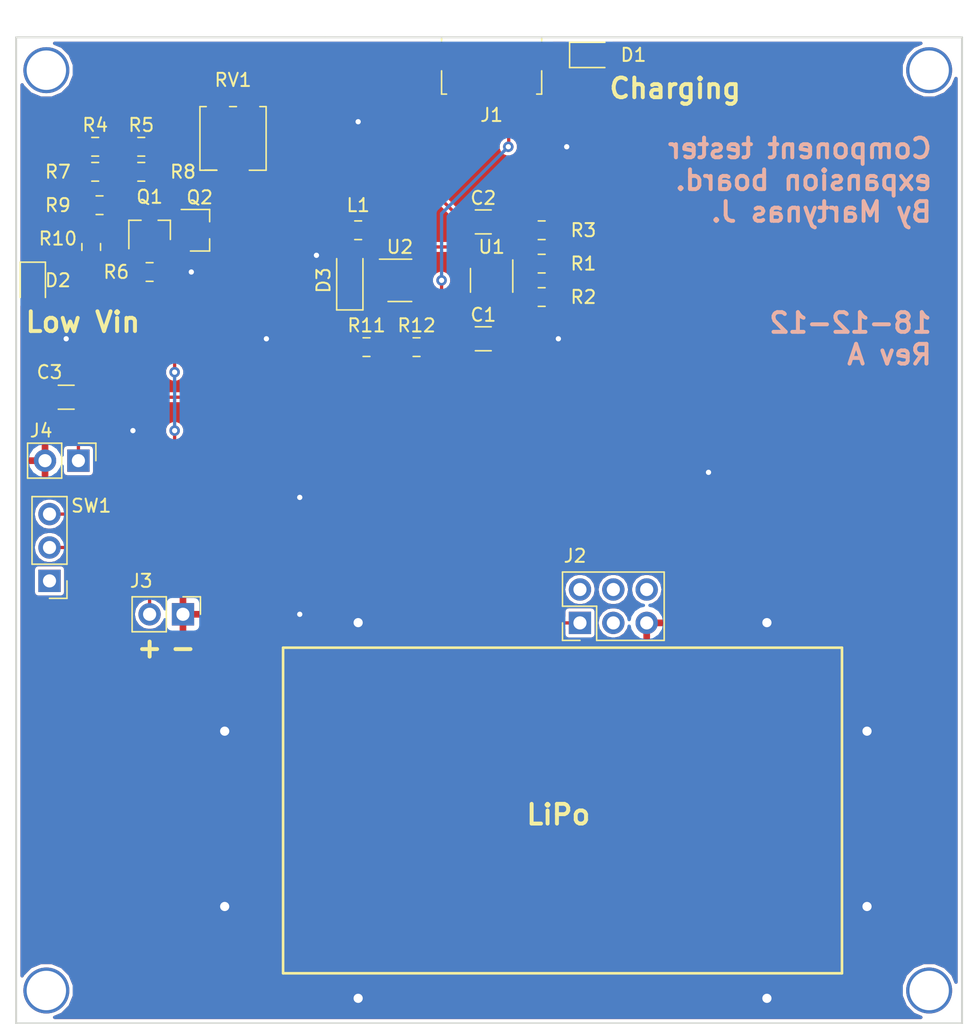
<source format=kicad_pcb>
(kicad_pcb (version 20171130) (host pcbnew 5.0.2-bee76a0~70~ubuntu18.04.1)

  (general
    (thickness 1.6)
    (drawings 24)
    (tracks 133)
    (zones 0)
    (modules 29)
    (nets 27)
  )

  (page A4)
  (layers
    (0 F.Cu signal)
    (31 B.Cu signal)
    (32 B.Adhes user)
    (33 F.Adhes user)
    (34 B.Paste user)
    (35 F.Paste user)
    (36 B.SilkS user)
    (37 F.SilkS user)
    (38 B.Mask user)
    (39 F.Mask user)
    (40 Dwgs.User user)
    (41 Cmts.User user)
    (42 Eco1.User user)
    (43 Eco2.User user)
    (44 Edge.Cuts user)
    (45 Margin user)
    (46 B.CrtYd user)
    (47 F.CrtYd user)
    (48 B.Fab user)
    (49 F.Fab user)
  )

  (setup
    (last_trace_width 0.25)
    (trace_clearance 0.2)
    (zone_clearance 0.254)
    (zone_45_only no)
    (trace_min 0.2)
    (segment_width 0.2)
    (edge_width 0.15)
    (via_size 0.8)
    (via_drill 0.4)
    (via_min_size 0.4)
    (via_min_drill 0.3)
    (uvia_size 0.3)
    (uvia_drill 0.1)
    (uvias_allowed no)
    (uvia_min_size 0.2)
    (uvia_min_drill 0.1)
    (pcb_text_width 0.3)
    (pcb_text_size 1.5 1.5)
    (mod_edge_width 0.15)
    (mod_text_size 1 1)
    (mod_text_width 0.15)
    (pad_size 1.524 1.524)
    (pad_drill 0.762)
    (pad_to_mask_clearance 0.051)
    (solder_mask_min_width 0.25)
    (aux_axis_origin 132.715 116.84)
    (grid_origin 132.715 116.84)
    (visible_elements FFFFFFFF)
    (pcbplotparams
      (layerselection 0x010f0_ffffffff)
      (usegerberextensions false)
      (usegerberattributes true)
      (usegerberadvancedattributes false)
      (creategerberjobfile false)
      (excludeedgelayer false)
      (linewidth 0.150000)
      (plotframeref false)
      (viasonmask false)
      (mode 1)
      (useauxorigin true)
      (hpglpennumber 1)
      (hpglpenspeed 20)
      (hpglpendiameter 15.000000)
      (psnegative false)
      (psa4output false)
      (plotreference true)
      (plotvalue true)
      (plotinvisibletext false)
      (padsonsilk false)
      (subtractmaskfromsilk false)
      (outputformat 1)
      (mirror false)
      (drillshape 0)
      (scaleselection 1)
      (outputdirectory "gerber/"))
  )

  (net 0 "")
  (net 1 "Net-(D2-Pad2)")
  (net 2 GND)
  (net 3 +BATT)
  (net 4 "Net-(Q1-Pad1)")
  (net 5 "Net-(Q1-Pad3)")
  (net 6 "Net-(D1-Pad2)")
  (net 7 "Net-(R4-Pad2)")
  (net 8 "Net-(R1-Pad2)")
  (net 9 "Net-(R11-Pad2)")
  (net 10 +9V)
  (net 11 "Net-(R7-Pad2)")
  (net 12 "Net-(R5-Pad2)")
  (net 13 "Net-(R3-Pad1)")
  (net 14 "Net-(R1-Pad1)")
  (net 15 "Net-(C1-Pad1)")
  (net 16 "Net-(D3-Pad2)")
  (net 17 "Net-(D2-Pad1)")
  (net 18 "Net-(J1-Pad2)")
  (net 19 "Net-(J1-Pad3)")
  (net 20 "Net-(J1-Pad4)")
  (net 21 "Net-(J2-Pad2)")
  (net 22 "Net-(J2-Pad3)")
  (net 23 "Net-(J2-Pad4)")
  (net 24 "Net-(J2-Pad6)")
  (net 25 "Net-(SW1-Pad1)")
  (net 26 "Net-(J3-Pad2)")

  (net_class Default "This is the default net class."
    (clearance 0.2)
    (trace_width 0.25)
    (via_dia 0.8)
    (via_drill 0.4)
    (uvia_dia 0.3)
    (uvia_drill 0.1)
    (add_net +9V)
    (add_net +BATT)
    (add_net GND)
    (add_net "Net-(C1-Pad1)")
    (add_net "Net-(D1-Pad2)")
    (add_net "Net-(D2-Pad1)")
    (add_net "Net-(D2-Pad2)")
    (add_net "Net-(D3-Pad2)")
    (add_net "Net-(J1-Pad2)")
    (add_net "Net-(J1-Pad3)")
    (add_net "Net-(J1-Pad4)")
    (add_net "Net-(J2-Pad2)")
    (add_net "Net-(J2-Pad3)")
    (add_net "Net-(J2-Pad4)")
    (add_net "Net-(J2-Pad6)")
    (add_net "Net-(J3-Pad2)")
    (add_net "Net-(Q1-Pad1)")
    (add_net "Net-(Q1-Pad3)")
    (add_net "Net-(R1-Pad1)")
    (add_net "Net-(R1-Pad2)")
    (add_net "Net-(R11-Pad2)")
    (add_net "Net-(R3-Pad1)")
    (add_net "Net-(R4-Pad2)")
    (add_net "Net-(R5-Pad2)")
    (add_net "Net-(R7-Pad2)")
    (add_net "Net-(SW1-Pad1)")
  )

  (module Capacitor_SMD:C_1206_3216Metric_Pad1.42x1.75mm_HandSolder (layer F.Cu) (tedit 5B301BBE) (tstamp 5C17B36E)
    (at 168.275 64.77)
    (descr "Capacitor SMD 1206 (3216 Metric), square (rectangular) end terminal, IPC_7351 nominal with elongated pad for handsoldering. (Body size source: http://www.tortai-tech.com/upload/download/2011102023233369053.pdf), generated with kicad-footprint-generator")
    (tags "capacitor handsolder")
    (path /5C086EF4)
    (attr smd)
    (fp_text reference C1 (at 0 -1.82) (layer F.SilkS)
      (effects (font (size 1 1) (thickness 0.15)))
    )
    (fp_text value 10u (at 0 1.82) (layer F.Fab)
      (effects (font (size 1 1) (thickness 0.15)))
    )
    (fp_line (start -1.6 0.8) (end -1.6 -0.8) (layer F.Fab) (width 0.1))
    (fp_line (start -1.6 -0.8) (end 1.6 -0.8) (layer F.Fab) (width 0.1))
    (fp_line (start 1.6 -0.8) (end 1.6 0.8) (layer F.Fab) (width 0.1))
    (fp_line (start 1.6 0.8) (end -1.6 0.8) (layer F.Fab) (width 0.1))
    (fp_line (start -0.602064 -0.91) (end 0.602064 -0.91) (layer F.SilkS) (width 0.12))
    (fp_line (start -0.602064 0.91) (end 0.602064 0.91) (layer F.SilkS) (width 0.12))
    (fp_line (start -2.45 1.12) (end -2.45 -1.12) (layer F.CrtYd) (width 0.05))
    (fp_line (start -2.45 -1.12) (end 2.45 -1.12) (layer F.CrtYd) (width 0.05))
    (fp_line (start 2.45 -1.12) (end 2.45 1.12) (layer F.CrtYd) (width 0.05))
    (fp_line (start 2.45 1.12) (end -2.45 1.12) (layer F.CrtYd) (width 0.05))
    (fp_text user %R (at 0 0) (layer F.Fab)
      (effects (font (size 0.8 0.8) (thickness 0.12)))
    )
    (pad 1 smd roundrect (at -1.4875 0) (size 1.425 1.75) (layers F.Cu F.Paste F.Mask) (roundrect_rratio 0.175439)
      (net 15 "Net-(C1-Pad1)"))
    (pad 2 smd roundrect (at 1.4875 0) (size 1.425 1.75) (layers F.Cu F.Paste F.Mask) (roundrect_rratio 0.175439)
      (net 2 GND))
    (model ${KISYS3DMOD}/Capacitor_SMD.3dshapes/C_1206_3216Metric.wrl
      (at (xyz 0 0 0))
      (scale (xyz 1 1 1))
      (rotate (xyz 0 0 0))
    )
  )

  (module Capacitor_SMD:C_1206_3216Metric_Pad1.42x1.75mm_HandSolder (layer F.Cu) (tedit 5B301BBE) (tstamp 5C17B35D)
    (at 168.275 55.88)
    (descr "Capacitor SMD 1206 (3216 Metric), square (rectangular) end terminal, IPC_7351 nominal with elongated pad for handsoldering. (Body size source: http://www.tortai-tech.com/upload/download/2011102023233369053.pdf), generated with kicad-footprint-generator")
    (tags "capacitor handsolder")
    (path /5C040A94)
    (attr smd)
    (fp_text reference C2 (at 0 -1.82) (layer F.SilkS)
      (effects (font (size 1 1) (thickness 0.15)))
    )
    (fp_text value 10u (at 0 1.82) (layer F.Fab)
      (effects (font (size 1 1) (thickness 0.15)))
    )
    (fp_text user %R (at 0 0) (layer F.Fab)
      (effects (font (size 0.8 0.8) (thickness 0.12)))
    )
    (fp_line (start 2.45 1.12) (end -2.45 1.12) (layer F.CrtYd) (width 0.05))
    (fp_line (start 2.45 -1.12) (end 2.45 1.12) (layer F.CrtYd) (width 0.05))
    (fp_line (start -2.45 -1.12) (end 2.45 -1.12) (layer F.CrtYd) (width 0.05))
    (fp_line (start -2.45 1.12) (end -2.45 -1.12) (layer F.CrtYd) (width 0.05))
    (fp_line (start -0.602064 0.91) (end 0.602064 0.91) (layer F.SilkS) (width 0.12))
    (fp_line (start -0.602064 -0.91) (end 0.602064 -0.91) (layer F.SilkS) (width 0.12))
    (fp_line (start 1.6 0.8) (end -1.6 0.8) (layer F.Fab) (width 0.1))
    (fp_line (start 1.6 -0.8) (end 1.6 0.8) (layer F.Fab) (width 0.1))
    (fp_line (start -1.6 -0.8) (end 1.6 -0.8) (layer F.Fab) (width 0.1))
    (fp_line (start -1.6 0.8) (end -1.6 -0.8) (layer F.Fab) (width 0.1))
    (pad 2 smd roundrect (at 1.4875 0) (size 1.425 1.75) (layers F.Cu F.Paste F.Mask) (roundrect_rratio 0.175439)
      (net 2 GND))
    (pad 1 smd roundrect (at -1.4875 0) (size 1.425 1.75) (layers F.Cu F.Paste F.Mask) (roundrect_rratio 0.175439)
      (net 3 +BATT))
    (model ${KISYS3DMOD}/Capacitor_SMD.3dshapes/C_1206_3216Metric.wrl
      (at (xyz 0 0 0))
      (scale (xyz 1 1 1))
      (rotate (xyz 0 0 0))
    )
  )

  (module Capacitor_SMD:C_1206_3216Metric_Pad1.42x1.75mm_HandSolder (layer F.Cu) (tedit 5B301BBE) (tstamp 5C17B34C)
    (at 136.525 69.215 180)
    (descr "Capacitor SMD 1206 (3216 Metric), square (rectangular) end terminal, IPC_7351 nominal with elongated pad for handsoldering. (Body size source: http://www.tortai-tech.com/upload/download/2011102023233369053.pdf), generated with kicad-footprint-generator")
    (tags "capacitor handsolder")
    (path /5C043B69)
    (attr smd)
    (fp_text reference C3 (at 1.27 1.905) (layer F.SilkS)
      (effects (font (size 1 1) (thickness 0.15)))
    )
    (fp_text value 10u (at 0 1.82 180) (layer F.Fab)
      (effects (font (size 1 1) (thickness 0.15)))
    )
    (fp_line (start -1.6 0.8) (end -1.6 -0.8) (layer F.Fab) (width 0.1))
    (fp_line (start -1.6 -0.8) (end 1.6 -0.8) (layer F.Fab) (width 0.1))
    (fp_line (start 1.6 -0.8) (end 1.6 0.8) (layer F.Fab) (width 0.1))
    (fp_line (start 1.6 0.8) (end -1.6 0.8) (layer F.Fab) (width 0.1))
    (fp_line (start -0.602064 -0.91) (end 0.602064 -0.91) (layer F.SilkS) (width 0.12))
    (fp_line (start -0.602064 0.91) (end 0.602064 0.91) (layer F.SilkS) (width 0.12))
    (fp_line (start -2.45 1.12) (end -2.45 -1.12) (layer F.CrtYd) (width 0.05))
    (fp_line (start -2.45 -1.12) (end 2.45 -1.12) (layer F.CrtYd) (width 0.05))
    (fp_line (start 2.45 -1.12) (end 2.45 1.12) (layer F.CrtYd) (width 0.05))
    (fp_line (start 2.45 1.12) (end -2.45 1.12) (layer F.CrtYd) (width 0.05))
    (fp_text user %R (at 0 0 180) (layer F.Fab)
      (effects (font (size 0.8 0.8) (thickness 0.12)))
    )
    (pad 1 smd roundrect (at -1.4875 0 180) (size 1.425 1.75) (layers F.Cu F.Paste F.Mask) (roundrect_rratio 0.175439)
      (net 10 +9V))
    (pad 2 smd roundrect (at 1.4875 0 180) (size 1.425 1.75) (layers F.Cu F.Paste F.Mask) (roundrect_rratio 0.175439)
      (net 2 GND))
    (model ${KISYS3DMOD}/Capacitor_SMD.3dshapes/C_1206_3216Metric.wrl
      (at (xyz 0 0 0))
      (scale (xyz 1 1 1))
      (rotate (xyz 0 0 0))
    )
  )

  (module Connector_PinHeader_2.54mm:PinHeader_1x02_P2.54mm_Vertical (layer F.Cu) (tedit 59FED5CC) (tstamp 5C17B33B)
    (at 145.415 85.725 270)
    (descr "Through hole straight pin header, 1x02, 2.54mm pitch, single row")
    (tags "Through hole pin header THT 1x02 2.54mm single row")
    (path /5C02BD79)
    (fp_text reference J3 (at -2.54 3.175) (layer F.SilkS)
      (effects (font (size 1 1) (thickness 0.15)))
    )
    (fp_text value LiPo (at 0 4.87 270) (layer F.Fab)
      (effects (font (size 1 1) (thickness 0.15)))
    )
    (fp_text user %R (at 0 1.27) (layer F.Fab)
      (effects (font (size 1 1) (thickness 0.15)))
    )
    (fp_line (start 1.8 -1.8) (end -1.8 -1.8) (layer F.CrtYd) (width 0.05))
    (fp_line (start 1.8 4.35) (end 1.8 -1.8) (layer F.CrtYd) (width 0.05))
    (fp_line (start -1.8 4.35) (end 1.8 4.35) (layer F.CrtYd) (width 0.05))
    (fp_line (start -1.8 -1.8) (end -1.8 4.35) (layer F.CrtYd) (width 0.05))
    (fp_line (start -1.33 -1.33) (end 0 -1.33) (layer F.SilkS) (width 0.12))
    (fp_line (start -1.33 0) (end -1.33 -1.33) (layer F.SilkS) (width 0.12))
    (fp_line (start -1.33 1.27) (end 1.33 1.27) (layer F.SilkS) (width 0.12))
    (fp_line (start 1.33 1.27) (end 1.33 3.87) (layer F.SilkS) (width 0.12))
    (fp_line (start -1.33 1.27) (end -1.33 3.87) (layer F.SilkS) (width 0.12))
    (fp_line (start -1.33 3.87) (end 1.33 3.87) (layer F.SilkS) (width 0.12))
    (fp_line (start -1.27 -0.635) (end -0.635 -1.27) (layer F.Fab) (width 0.1))
    (fp_line (start -1.27 3.81) (end -1.27 -0.635) (layer F.Fab) (width 0.1))
    (fp_line (start 1.27 3.81) (end -1.27 3.81) (layer F.Fab) (width 0.1))
    (fp_line (start 1.27 -1.27) (end 1.27 3.81) (layer F.Fab) (width 0.1))
    (fp_line (start -0.635 -1.27) (end 1.27 -1.27) (layer F.Fab) (width 0.1))
    (pad 2 thru_hole oval (at 0 2.54 270) (size 1.7 1.7) (drill 1) (layers *.Cu *.Mask)
      (net 26 "Net-(J3-Pad2)"))
    (pad 1 thru_hole rect (at 0 0 270) (size 1.7 1.7) (drill 1) (layers *.Cu *.Mask)
      (net 2 GND))
    (model ${KISYS3DMOD}/Connector_PinHeader_2.54mm.3dshapes/PinHeader_1x02_P2.54mm_Vertical.wrl
      (at (xyz 0 0 0))
      (scale (xyz 1 1 1))
      (rotate (xyz 0 0 0))
    )
  )

  (module Connector_PinHeader_2.54mm:PinHeader_1x02_P2.54mm_Vertical (layer F.Cu) (tedit 59FED5CC) (tstamp 5C17B325)
    (at 137.455 74.04 270)
    (descr "Through hole straight pin header, 1x02, 2.54mm pitch, single row")
    (tags "Through hole pin header THT 1x02 2.54mm single row")
    (path /5C060668)
    (fp_text reference J4 (at -2.285 2.835) (layer F.SilkS)
      (effects (font (size 1 1) (thickness 0.15)))
    )
    (fp_text value 9V (at 0 4.87 270) (layer F.Fab)
      (effects (font (size 1 1) (thickness 0.15)))
    )
    (fp_line (start -0.635 -1.27) (end 1.27 -1.27) (layer F.Fab) (width 0.1))
    (fp_line (start 1.27 -1.27) (end 1.27 3.81) (layer F.Fab) (width 0.1))
    (fp_line (start 1.27 3.81) (end -1.27 3.81) (layer F.Fab) (width 0.1))
    (fp_line (start -1.27 3.81) (end -1.27 -0.635) (layer F.Fab) (width 0.1))
    (fp_line (start -1.27 -0.635) (end -0.635 -1.27) (layer F.Fab) (width 0.1))
    (fp_line (start -1.33 3.87) (end 1.33 3.87) (layer F.SilkS) (width 0.12))
    (fp_line (start -1.33 1.27) (end -1.33 3.87) (layer F.SilkS) (width 0.12))
    (fp_line (start 1.33 1.27) (end 1.33 3.87) (layer F.SilkS) (width 0.12))
    (fp_line (start -1.33 1.27) (end 1.33 1.27) (layer F.SilkS) (width 0.12))
    (fp_line (start -1.33 0) (end -1.33 -1.33) (layer F.SilkS) (width 0.12))
    (fp_line (start -1.33 -1.33) (end 0 -1.33) (layer F.SilkS) (width 0.12))
    (fp_line (start -1.8 -1.8) (end -1.8 4.35) (layer F.CrtYd) (width 0.05))
    (fp_line (start -1.8 4.35) (end 1.8 4.35) (layer F.CrtYd) (width 0.05))
    (fp_line (start 1.8 4.35) (end 1.8 -1.8) (layer F.CrtYd) (width 0.05))
    (fp_line (start 1.8 -1.8) (end -1.8 -1.8) (layer F.CrtYd) (width 0.05))
    (fp_text user %R (at 0 1.27) (layer F.Fab)
      (effects (font (size 1 1) (thickness 0.15)))
    )
    (pad 1 thru_hole rect (at 0 0 270) (size 1.7 1.7) (drill 1) (layers *.Cu *.Mask)
      (net 10 +9V))
    (pad 2 thru_hole oval (at 0 2.54 270) (size 1.7 1.7) (drill 1) (layers *.Cu *.Mask)
      (net 2 GND))
    (model ${KISYS3DMOD}/Connector_PinHeader_2.54mm.3dshapes/PinHeader_1x02_P2.54mm_Vertical.wrl
      (at (xyz 0 0 0))
      (scale (xyz 1 1 1))
      (rotate (xyz 0 0 0))
    )
  )

  (module Connector_PinHeader_2.54mm:PinHeader_1x03_P2.54mm_Vertical (layer F.Cu) (tedit 59FED5CC) (tstamp 5C17B30F)
    (at 135.255 83.185 180)
    (descr "Through hole straight pin header, 1x03, 2.54mm pitch, single row")
    (tags "Through hole pin header THT 1x03 2.54mm single row")
    (path /5C0CD90D)
    (fp_text reference SW1 (at -3.175 5.715 180) (layer F.SilkS)
      (effects (font (size 1 1) (thickness 0.15)))
    )
    (fp_text value power (at 0 7.41 180) (layer F.Fab)
      (effects (font (size 1 1) (thickness 0.15)))
    )
    (fp_line (start -0.635 -1.27) (end 1.27 -1.27) (layer F.Fab) (width 0.1))
    (fp_line (start 1.27 -1.27) (end 1.27 6.35) (layer F.Fab) (width 0.1))
    (fp_line (start 1.27 6.35) (end -1.27 6.35) (layer F.Fab) (width 0.1))
    (fp_line (start -1.27 6.35) (end -1.27 -0.635) (layer F.Fab) (width 0.1))
    (fp_line (start -1.27 -0.635) (end -0.635 -1.27) (layer F.Fab) (width 0.1))
    (fp_line (start -1.33 6.41) (end 1.33 6.41) (layer F.SilkS) (width 0.12))
    (fp_line (start -1.33 1.27) (end -1.33 6.41) (layer F.SilkS) (width 0.12))
    (fp_line (start 1.33 1.27) (end 1.33 6.41) (layer F.SilkS) (width 0.12))
    (fp_line (start -1.33 1.27) (end 1.33 1.27) (layer F.SilkS) (width 0.12))
    (fp_line (start -1.33 0) (end -1.33 -1.33) (layer F.SilkS) (width 0.12))
    (fp_line (start -1.33 -1.33) (end 0 -1.33) (layer F.SilkS) (width 0.12))
    (fp_line (start -1.8 -1.8) (end -1.8 6.85) (layer F.CrtYd) (width 0.05))
    (fp_line (start -1.8 6.85) (end 1.8 6.85) (layer F.CrtYd) (width 0.05))
    (fp_line (start 1.8 6.85) (end 1.8 -1.8) (layer F.CrtYd) (width 0.05))
    (fp_line (start 1.8 -1.8) (end -1.8 -1.8) (layer F.CrtYd) (width 0.05))
    (fp_text user %R (at 0 2.54 270) (layer F.Fab)
      (effects (font (size 1 1) (thickness 0.15)))
    )
    (pad 1 thru_hole rect (at 0 0 180) (size 1.7 1.7) (drill 1) (layers *.Cu *.Mask)
      (net 25 "Net-(SW1-Pad1)"))
    (pad 2 thru_hole oval (at 0 2.54 180) (size 1.7 1.7) (drill 1) (layers *.Cu *.Mask)
      (net 26 "Net-(J3-Pad2)"))
    (pad 3 thru_hole oval (at 0 5.08 180) (size 1.7 1.7) (drill 1) (layers *.Cu *.Mask)
      (net 3 +BATT))
    (model ${KISYS3DMOD}/Connector_PinHeader_2.54mm.3dshapes/PinHeader_1x03_P2.54mm_Vertical.wrl
      (at (xyz 0 0 0))
      (scale (xyz 1 1 1))
      (rotate (xyz 0 0 0))
    )
  )

  (module Connector_PinHeader_2.54mm:PinHeader_2x03_P2.54mm_Vertical (layer F.Cu) (tedit 59FED5CC) (tstamp 5C17B2F8)
    (at 175.635 86.38 90)
    (descr "Through hole straight pin header, 2x03, 2.54mm pitch, double rows")
    (tags "Through hole pin header THT 2x03 2.54mm double row")
    (path /5C098EFD)
    (fp_text reference J2 (at 5.1 -0.375 180) (layer F.SilkS)
      (effects (font (size 1 1) (thickness 0.15)))
    )
    (fp_text value Conn_SPI_prog (at 1.27 7.41 90) (layer F.Fab)
      (effects (font (size 1 1) (thickness 0.15)))
    )
    (fp_line (start 0 -1.27) (end 3.81 -1.27) (layer F.Fab) (width 0.1))
    (fp_line (start 3.81 -1.27) (end 3.81 6.35) (layer F.Fab) (width 0.1))
    (fp_line (start 3.81 6.35) (end -1.27 6.35) (layer F.Fab) (width 0.1))
    (fp_line (start -1.27 6.35) (end -1.27 0) (layer F.Fab) (width 0.1))
    (fp_line (start -1.27 0) (end 0 -1.27) (layer F.Fab) (width 0.1))
    (fp_line (start -1.33 6.41) (end 3.87 6.41) (layer F.SilkS) (width 0.12))
    (fp_line (start -1.33 1.27) (end -1.33 6.41) (layer F.SilkS) (width 0.12))
    (fp_line (start 3.87 -1.33) (end 3.87 6.41) (layer F.SilkS) (width 0.12))
    (fp_line (start -1.33 1.27) (end 1.27 1.27) (layer F.SilkS) (width 0.12))
    (fp_line (start 1.27 1.27) (end 1.27 -1.33) (layer F.SilkS) (width 0.12))
    (fp_line (start 1.27 -1.33) (end 3.87 -1.33) (layer F.SilkS) (width 0.12))
    (fp_line (start -1.33 0) (end -1.33 -1.33) (layer F.SilkS) (width 0.12))
    (fp_line (start -1.33 -1.33) (end 0 -1.33) (layer F.SilkS) (width 0.12))
    (fp_line (start -1.8 -1.8) (end -1.8 6.85) (layer F.CrtYd) (width 0.05))
    (fp_line (start -1.8 6.85) (end 4.35 6.85) (layer F.CrtYd) (width 0.05))
    (fp_line (start 4.35 6.85) (end 4.35 -1.8) (layer F.CrtYd) (width 0.05))
    (fp_line (start 4.35 -1.8) (end -1.8 -1.8) (layer F.CrtYd) (width 0.05))
    (fp_text user %R (at 1.27 2.54 180) (layer F.Fab)
      (effects (font (size 1 1) (thickness 0.15)))
    )
    (pad 1 thru_hole rect (at 0 0 90) (size 1.7 1.7) (drill 1) (layers *.Cu *.Mask)
      (net 15 "Net-(C1-Pad1)"))
    (pad 2 thru_hole oval (at 2.54 0 90) (size 1.7 1.7) (drill 1) (layers *.Cu *.Mask)
      (net 21 "Net-(J2-Pad2)"))
    (pad 3 thru_hole oval (at 0 2.54 90) (size 1.7 1.7) (drill 1) (layers *.Cu *.Mask)
      (net 22 "Net-(J2-Pad3)"))
    (pad 4 thru_hole oval (at 2.54 2.54 90) (size 1.7 1.7) (drill 1) (layers *.Cu *.Mask)
      (net 23 "Net-(J2-Pad4)"))
    (pad 5 thru_hole oval (at 0 5.08 90) (size 1.7 1.7) (drill 1) (layers *.Cu *.Mask)
      (net 2 GND))
    (pad 6 thru_hole oval (at 2.54 5.08 90) (size 1.7 1.7) (drill 1) (layers *.Cu *.Mask)
      (net 24 "Net-(J2-Pad6)"))
    (model ${KISYS3DMOD}/Connector_PinHeader_2.54mm.3dshapes/PinHeader_2x03_P2.54mm_Vertical.wrl
      (at (xyz 0 0 0))
      (scale (xyz 1 1 1))
      (rotate (xyz 0 0 0))
    )
  )

  (module Connector_USB:USB_Micro-B_Molex_47346-0001 (layer F.Cu) (tedit 5A1DC0BD) (tstamp 5C17B2DC)
    (at 168.91 44.45 180)
    (descr "Micro USB B receptable with flange, bottom-mount, SMD, right-angle (http://www.molex.com/pdm_docs/sd/473460001_sd.pdf)")
    (tags "Micro B USB SMD")
    (path /5C0BFA46)
    (attr smd)
    (fp_text reference J1 (at 0 -3.3) (layer F.SilkS)
      (effects (font (size 1 1) (thickness 0.15)))
    )
    (fp_text value microUSB (at 0 4.6) (layer F.Fab)
      (effects (font (size 1 1) (thickness 0.15)))
    )
    (fp_text user "PCB Edge" (at 0 2.67) (layer Dwgs.User)
      (effects (font (size 0.4 0.4) (thickness 0.04)))
    )
    (fp_text user %R (at 0 1.2 180) (layer F.Fab)
      (effects (font (size 1 1) (thickness 0.15)))
    )
    (fp_line (start 3.81 -1.71) (end 3.43 -1.71) (layer F.SilkS) (width 0.12))
    (fp_line (start 4.6 3.9) (end -4.6 3.9) (layer F.CrtYd) (width 0.05))
    (fp_line (start 4.6 -2.7) (end 4.6 3.9) (layer F.CrtYd) (width 0.05))
    (fp_line (start -4.6 -2.7) (end 4.6 -2.7) (layer F.CrtYd) (width 0.05))
    (fp_line (start -4.6 3.9) (end -4.6 -2.7) (layer F.CrtYd) (width 0.05))
    (fp_line (start 3.75 3.35) (end -3.75 3.35) (layer F.Fab) (width 0.1))
    (fp_line (start 3.75 -1.65) (end 3.75 3.35) (layer F.Fab) (width 0.1))
    (fp_line (start -3.75 -1.65) (end 3.75 -1.65) (layer F.Fab) (width 0.1))
    (fp_line (start -3.75 3.35) (end -3.75 -1.65) (layer F.Fab) (width 0.1))
    (fp_line (start 3.81 2.34) (end 3.81 2.6) (layer F.SilkS) (width 0.12))
    (fp_line (start 3.81 -1.71) (end 3.81 0.06) (layer F.SilkS) (width 0.12))
    (fp_line (start -3.81 -1.71) (end -3.43 -1.71) (layer F.SilkS) (width 0.12))
    (fp_line (start -3.81 0.06) (end -3.81 -1.71) (layer F.SilkS) (width 0.12))
    (fp_line (start -3.81 2.6) (end -3.81 2.34) (layer F.SilkS) (width 0.12))
    (fp_line (start -3.25 2.65) (end 3.25 2.65) (layer F.Fab) (width 0.1))
    (pad 1 smd rect (at -1.3 -1.46 180) (size 0.45 1.38) (layers F.Cu F.Paste F.Mask)
      (net 15 "Net-(C1-Pad1)"))
    (pad 2 smd rect (at -0.65 -1.46 180) (size 0.45 1.38) (layers F.Cu F.Paste F.Mask)
      (net 18 "Net-(J1-Pad2)"))
    (pad 3 smd rect (at 0 -1.46 180) (size 0.45 1.38) (layers F.Cu F.Paste F.Mask)
      (net 19 "Net-(J1-Pad3)"))
    (pad 4 smd rect (at 0.65 -1.46 180) (size 0.45 1.38) (layers F.Cu F.Paste F.Mask)
      (net 20 "Net-(J1-Pad4)"))
    (pad 5 smd rect (at 1.3 -1.46 180) (size 0.45 1.38) (layers F.Cu F.Paste F.Mask)
      (net 2 GND))
    (pad 6 smd rect (at -2.4625 -1.1 180) (size 1.475 2.1) (layers F.Cu F.Paste F.Mask)
      (net 2 GND))
    (pad 6 smd rect (at 2.4625 -1.1 180) (size 1.475 2.1) (layers F.Cu F.Paste F.Mask)
      (net 2 GND))
    (pad 6 smd rect (at -2.91 1.2 180) (size 2.375 1.9) (layers F.Cu F.Paste F.Mask)
      (net 2 GND))
    (pad 6 smd rect (at 2.91 1.2 180) (size 2.375 1.9) (layers F.Cu F.Paste F.Mask)
      (net 2 GND))
    (pad 6 smd rect (at -0.84 1.2 180) (size 1.175 1.9) (layers F.Cu F.Paste F.Mask)
      (net 2 GND))
    (pad 6 smd rect (at 0.84 1.2 180) (size 1.175 1.9) (layers F.Cu F.Paste F.Mask)
      (net 2 GND))
    (model ${KISYS3DMOD}/Connector_USB.3dshapes/USB_Micro-B_Molex_47346-0001.wrl
      (at (xyz 0 0 0))
      (scale (xyz 1 1 1))
      (rotate (xyz 0 0 0))
    )
  )

  (module Diode_SMD:D_SOD-123 (layer F.Cu) (tedit 58645DC7) (tstamp 5C17B2BC)
    (at 158.115 60.325 90)
    (descr SOD-123)
    (tags SOD-123)
    (path /5C052B6E)
    (attr smd)
    (fp_text reference D3 (at 0 -2 90) (layer F.SilkS)
      (effects (font (size 1 1) (thickness 0.15)))
    )
    (fp_text value MBR0530 (at 0 2.1 90) (layer F.Fab)
      (effects (font (size 1 1) (thickness 0.15)))
    )
    (fp_text user %R (at 0 -2 90) (layer F.Fab)
      (effects (font (size 1 1) (thickness 0.15)))
    )
    (fp_line (start -2.25 -1) (end -2.25 1) (layer F.SilkS) (width 0.12))
    (fp_line (start 0.25 0) (end 0.75 0) (layer F.Fab) (width 0.1))
    (fp_line (start 0.25 0.4) (end -0.35 0) (layer F.Fab) (width 0.1))
    (fp_line (start 0.25 -0.4) (end 0.25 0.4) (layer F.Fab) (width 0.1))
    (fp_line (start -0.35 0) (end 0.25 -0.4) (layer F.Fab) (width 0.1))
    (fp_line (start -0.35 0) (end -0.35 0.55) (layer F.Fab) (width 0.1))
    (fp_line (start -0.35 0) (end -0.35 -0.55) (layer F.Fab) (width 0.1))
    (fp_line (start -0.75 0) (end -0.35 0) (layer F.Fab) (width 0.1))
    (fp_line (start -1.4 0.9) (end -1.4 -0.9) (layer F.Fab) (width 0.1))
    (fp_line (start 1.4 0.9) (end -1.4 0.9) (layer F.Fab) (width 0.1))
    (fp_line (start 1.4 -0.9) (end 1.4 0.9) (layer F.Fab) (width 0.1))
    (fp_line (start -1.4 -0.9) (end 1.4 -0.9) (layer F.Fab) (width 0.1))
    (fp_line (start -2.35 -1.15) (end 2.35 -1.15) (layer F.CrtYd) (width 0.05))
    (fp_line (start 2.35 -1.15) (end 2.35 1.15) (layer F.CrtYd) (width 0.05))
    (fp_line (start 2.35 1.15) (end -2.35 1.15) (layer F.CrtYd) (width 0.05))
    (fp_line (start -2.35 -1.15) (end -2.35 1.15) (layer F.CrtYd) (width 0.05))
    (fp_line (start -2.25 1) (end 1.65 1) (layer F.SilkS) (width 0.12))
    (fp_line (start -2.25 -1) (end 1.65 -1) (layer F.SilkS) (width 0.12))
    (pad 1 smd rect (at -1.65 0 90) (size 0.9 1.2) (layers F.Cu F.Paste F.Mask)
      (net 10 +9V))
    (pad 2 smd rect (at 1.65 0 90) (size 0.9 1.2) (layers F.Cu F.Paste F.Mask)
      (net 16 "Net-(D3-Pad2)"))
    (model ${KISYS3DMOD}/Diode_SMD.3dshapes/D_SOD-123.wrl
      (at (xyz 0 0 0))
      (scale (xyz 1 1 1))
      (rotate (xyz 0 0 0))
    )
  )

  (module Inductor_SMD:L_0805_2012Metric (layer F.Cu) (tedit 5B36C52B) (tstamp 5C17B2A3)
    (at 158.75 56.515 180)
    (descr "Inductor SMD 0805 (2012 Metric), square (rectangular) end terminal, IPC_7351 nominal, (Body size source: https://docs.google.com/spreadsheets/d/1BsfQQcO9C6DZCsRaXUlFlo91Tg2WpOkGARC1WS5S8t0/edit?usp=sharing), generated with kicad-footprint-generator")
    (tags inductor)
    (path /5C0417CF)
    (attr smd)
    (fp_text reference L1 (at 0 1.905 180) (layer F.SilkS)
      (effects (font (size 1 1) (thickness 0.15)))
    )
    (fp_text value 4.7u (at 0 1.65 180) (layer F.Fab)
      (effects (font (size 1 1) (thickness 0.15)))
    )
    (fp_line (start -1 0.6) (end -1 -0.6) (layer F.Fab) (width 0.1))
    (fp_line (start -1 -0.6) (end 1 -0.6) (layer F.Fab) (width 0.1))
    (fp_line (start 1 -0.6) (end 1 0.6) (layer F.Fab) (width 0.1))
    (fp_line (start 1 0.6) (end -1 0.6) (layer F.Fab) (width 0.1))
    (fp_line (start -0.258578 -0.71) (end 0.258578 -0.71) (layer F.SilkS) (width 0.12))
    (fp_line (start -0.258578 0.71) (end 0.258578 0.71) (layer F.SilkS) (width 0.12))
    (fp_line (start -1.68 0.95) (end -1.68 -0.95) (layer F.CrtYd) (width 0.05))
    (fp_line (start -1.68 -0.95) (end 1.68 -0.95) (layer F.CrtYd) (width 0.05))
    (fp_line (start 1.68 -0.95) (end 1.68 0.95) (layer F.CrtYd) (width 0.05))
    (fp_line (start 1.68 0.95) (end -1.68 0.95) (layer F.CrtYd) (width 0.05))
    (fp_text user %R (at 0 0 180) (layer F.Fab)
      (effects (font (size 0.5 0.5) (thickness 0.08)))
    )
    (pad 1 smd roundrect (at -0.9375 0 180) (size 0.975 1.4) (layers F.Cu F.Paste F.Mask) (roundrect_rratio 0.25)
      (net 3 +BATT))
    (pad 2 smd roundrect (at 0.9375 0 180) (size 0.975 1.4) (layers F.Cu F.Paste F.Mask) (roundrect_rratio 0.25)
      (net 16 "Net-(D3-Pad2)"))
    (model ${KISYS3DMOD}/Inductor_SMD.3dshapes/L_0805_2012Metric.wrl
      (at (xyz 0 0 0))
      (scale (xyz 1 1 1))
      (rotate (xyz 0 0 0))
    )
  )

  (module LED_SMD:LED_0805_2012Metric (layer F.Cu) (tedit 5B36C52C) (tstamp 5C17B292)
    (at 176.53 43.18)
    (descr "LED SMD 0805 (2012 Metric), square (rectangular) end terminal, IPC_7351 nominal, (Body size source: https://docs.google.com/spreadsheets/d/1BsfQQcO9C6DZCsRaXUlFlo91Tg2WpOkGARC1WS5S8t0/edit?usp=sharing), generated with kicad-footprint-generator")
    (tags diode)
    (path /5C088A45)
    (attr smd)
    (fp_text reference D1 (at 3.175 0) (layer F.SilkS)
      (effects (font (size 1 1) (thickness 0.15)))
    )
    (fp_text value LED (at 0 1.65) (layer F.Fab)
      (effects (font (size 1 1) (thickness 0.15)))
    )
    (fp_text user %R (at 0 0) (layer F.Fab)
      (effects (font (size 0.5 0.5) (thickness 0.08)))
    )
    (fp_line (start 1.68 0.95) (end -1.68 0.95) (layer F.CrtYd) (width 0.05))
    (fp_line (start 1.68 -0.95) (end 1.68 0.95) (layer F.CrtYd) (width 0.05))
    (fp_line (start -1.68 -0.95) (end 1.68 -0.95) (layer F.CrtYd) (width 0.05))
    (fp_line (start -1.68 0.95) (end -1.68 -0.95) (layer F.CrtYd) (width 0.05))
    (fp_line (start -1.685 0.96) (end 1 0.96) (layer F.SilkS) (width 0.12))
    (fp_line (start -1.685 -0.96) (end -1.685 0.96) (layer F.SilkS) (width 0.12))
    (fp_line (start 1 -0.96) (end -1.685 -0.96) (layer F.SilkS) (width 0.12))
    (fp_line (start 1 0.6) (end 1 -0.6) (layer F.Fab) (width 0.1))
    (fp_line (start -1 0.6) (end 1 0.6) (layer F.Fab) (width 0.1))
    (fp_line (start -1 -0.3) (end -1 0.6) (layer F.Fab) (width 0.1))
    (fp_line (start -0.7 -0.6) (end -1 -0.3) (layer F.Fab) (width 0.1))
    (fp_line (start 1 -0.6) (end -0.7 -0.6) (layer F.Fab) (width 0.1))
    (pad 2 smd roundrect (at 0.9375 0) (size 0.975 1.4) (layers F.Cu F.Paste F.Mask) (roundrect_rratio 0.25)
      (net 6 "Net-(D1-Pad2)"))
    (pad 1 smd roundrect (at -0.9375 0) (size 0.975 1.4) (layers F.Cu F.Paste F.Mask) (roundrect_rratio 0.25)
      (net 2 GND))
    (model ${KISYS3DMOD}/LED_SMD.3dshapes/LED_0805_2012Metric.wrl
      (at (xyz 0 0 0))
      (scale (xyz 1 1 1))
      (rotate (xyz 0 0 0))
    )
  )

  (module LED_SMD:LED_0805_2012Metric (layer F.Cu) (tedit 5B36C52C) (tstamp 5C17B27F)
    (at 133.985 60.6275 270)
    (descr "LED SMD 0805 (2012 Metric), square (rectangular) end terminal, IPC_7351 nominal, (Body size source: https://docs.google.com/spreadsheets/d/1BsfQQcO9C6DZCsRaXUlFlo91Tg2WpOkGARC1WS5S8t0/edit?usp=sharing), generated with kicad-footprint-generator")
    (tags diode)
    (path /5C02B224)
    (attr smd)
    (fp_text reference D2 (at -0.3025 -1.905) (layer F.SilkS)
      (effects (font (size 1 1) (thickness 0.15)))
    )
    (fp_text value LED (at 0 1.65 270) (layer F.Fab)
      (effects (font (size 1 1) (thickness 0.15)))
    )
    (fp_line (start 1 -0.6) (end -0.7 -0.6) (layer F.Fab) (width 0.1))
    (fp_line (start -0.7 -0.6) (end -1 -0.3) (layer F.Fab) (width 0.1))
    (fp_line (start -1 -0.3) (end -1 0.6) (layer F.Fab) (width 0.1))
    (fp_line (start -1 0.6) (end 1 0.6) (layer F.Fab) (width 0.1))
    (fp_line (start 1 0.6) (end 1 -0.6) (layer F.Fab) (width 0.1))
    (fp_line (start 1 -0.96) (end -1.685 -0.96) (layer F.SilkS) (width 0.12))
    (fp_line (start -1.685 -0.96) (end -1.685 0.96) (layer F.SilkS) (width 0.12))
    (fp_line (start -1.685 0.96) (end 1 0.96) (layer F.SilkS) (width 0.12))
    (fp_line (start -1.68 0.95) (end -1.68 -0.95) (layer F.CrtYd) (width 0.05))
    (fp_line (start -1.68 -0.95) (end 1.68 -0.95) (layer F.CrtYd) (width 0.05))
    (fp_line (start 1.68 -0.95) (end 1.68 0.95) (layer F.CrtYd) (width 0.05))
    (fp_line (start 1.68 0.95) (end -1.68 0.95) (layer F.CrtYd) (width 0.05))
    (fp_text user %R (at 0 0 270) (layer F.Fab)
      (effects (font (size 0.5 0.5) (thickness 0.08)))
    )
    (pad 1 smd roundrect (at -0.9375 0 270) (size 0.975 1.4) (layers F.Cu F.Paste F.Mask) (roundrect_rratio 0.25)
      (net 17 "Net-(D2-Pad1)"))
    (pad 2 smd roundrect (at 0.9375 0 270) (size 0.975 1.4) (layers F.Cu F.Paste F.Mask) (roundrect_rratio 0.25)
      (net 1 "Net-(D2-Pad2)"))
    (model ${KISYS3DMOD}/LED_SMD.3dshapes/LED_0805_2012Metric.wrl
      (at (xyz 0 0 0))
      (scale (xyz 1 1 1))
      (rotate (xyz 0 0 0))
    )
  )

  (module Package_TO_SOT_SMD:SOT-23 (layer F.Cu) (tedit 5A02FF57) (tstamp 5C17B26C)
    (at 142.875 56.515 90)
    (descr "SOT-23, Standard")
    (tags SOT-23)
    (path /5C02AF23)
    (attr smd)
    (fp_text reference Q1 (at 2.54 0) (layer F.SilkS)
      (effects (font (size 1 1) (thickness 0.15)))
    )
    (fp_text value BC847 (at 0 2.5 90) (layer F.Fab)
      (effects (font (size 1 1) (thickness 0.15)))
    )
    (fp_line (start 0.76 1.58) (end -0.7 1.58) (layer F.SilkS) (width 0.12))
    (fp_line (start 0.76 -1.58) (end -1.4 -1.58) (layer F.SilkS) (width 0.12))
    (fp_line (start -1.7 1.75) (end -1.7 -1.75) (layer F.CrtYd) (width 0.05))
    (fp_line (start 1.7 1.75) (end -1.7 1.75) (layer F.CrtYd) (width 0.05))
    (fp_line (start 1.7 -1.75) (end 1.7 1.75) (layer F.CrtYd) (width 0.05))
    (fp_line (start -1.7 -1.75) (end 1.7 -1.75) (layer F.CrtYd) (width 0.05))
    (fp_line (start 0.76 -1.58) (end 0.76 -0.65) (layer F.SilkS) (width 0.12))
    (fp_line (start 0.76 1.58) (end 0.76 0.65) (layer F.SilkS) (width 0.12))
    (fp_line (start -0.7 1.52) (end 0.7 1.52) (layer F.Fab) (width 0.1))
    (fp_line (start 0.7 -1.52) (end 0.7 1.52) (layer F.Fab) (width 0.1))
    (fp_line (start -0.7 -0.95) (end -0.15 -1.52) (layer F.Fab) (width 0.1))
    (fp_line (start -0.15 -1.52) (end 0.7 -1.52) (layer F.Fab) (width 0.1))
    (fp_line (start -0.7 -0.95) (end -0.7 1.5) (layer F.Fab) (width 0.1))
    (fp_text user %R (at 0 0 180) (layer F.Fab)
      (effects (font (size 0.5 0.5) (thickness 0.075)))
    )
    (pad 3 smd rect (at 1 0 90) (size 0.9 0.8) (layers F.Cu F.Paste F.Mask)
      (net 5 "Net-(Q1-Pad3)"))
    (pad 2 smd rect (at -1 0.95 90) (size 0.9 0.8) (layers F.Cu F.Paste F.Mask)
      (net 2 GND))
    (pad 1 smd rect (at -1 -0.95 90) (size 0.9 0.8) (layers F.Cu F.Paste F.Mask)
      (net 4 "Net-(Q1-Pad1)"))
    (model ${KISYS3DMOD}/Package_TO_SOT_SMD.3dshapes/SOT-23.wrl
      (at (xyz 0 0 0))
      (scale (xyz 1 1 1))
      (rotate (xyz 0 0 0))
    )
  )

  (module Package_TO_SOT_SMD:SOT-23 (layer F.Cu) (tedit 5A02FF57) (tstamp 5C17B257)
    (at 146.685 56.515)
    (descr "SOT-23, Standard")
    (tags SOT-23)
    (path /5C02AF96)
    (attr smd)
    (fp_text reference Q2 (at 0 -2.5) (layer F.SilkS)
      (effects (font (size 1 1) (thickness 0.15)))
    )
    (fp_text value BC847 (at 0 2.5) (layer F.Fab)
      (effects (font (size 1 1) (thickness 0.15)))
    )
    (fp_text user %R (at 0 0 90) (layer F.Fab)
      (effects (font (size 0.5 0.5) (thickness 0.075)))
    )
    (fp_line (start -0.7 -0.95) (end -0.7 1.5) (layer F.Fab) (width 0.1))
    (fp_line (start -0.15 -1.52) (end 0.7 -1.52) (layer F.Fab) (width 0.1))
    (fp_line (start -0.7 -0.95) (end -0.15 -1.52) (layer F.Fab) (width 0.1))
    (fp_line (start 0.7 -1.52) (end 0.7 1.52) (layer F.Fab) (width 0.1))
    (fp_line (start -0.7 1.52) (end 0.7 1.52) (layer F.Fab) (width 0.1))
    (fp_line (start 0.76 1.58) (end 0.76 0.65) (layer F.SilkS) (width 0.12))
    (fp_line (start 0.76 -1.58) (end 0.76 -0.65) (layer F.SilkS) (width 0.12))
    (fp_line (start -1.7 -1.75) (end 1.7 -1.75) (layer F.CrtYd) (width 0.05))
    (fp_line (start 1.7 -1.75) (end 1.7 1.75) (layer F.CrtYd) (width 0.05))
    (fp_line (start 1.7 1.75) (end -1.7 1.75) (layer F.CrtYd) (width 0.05))
    (fp_line (start -1.7 1.75) (end -1.7 -1.75) (layer F.CrtYd) (width 0.05))
    (fp_line (start 0.76 -1.58) (end -1.4 -1.58) (layer F.SilkS) (width 0.12))
    (fp_line (start 0.76 1.58) (end -0.7 1.58) (layer F.SilkS) (width 0.12))
    (pad 1 smd rect (at -1 -0.95) (size 0.9 0.8) (layers F.Cu F.Paste F.Mask)
      (net 5 "Net-(Q1-Pad3)"))
    (pad 2 smd rect (at -1 0.95) (size 0.9 0.8) (layers F.Cu F.Paste F.Mask)
      (net 2 GND))
    (pad 3 smd rect (at 1 0) (size 0.9 0.8) (layers F.Cu F.Paste F.Mask)
      (net 17 "Net-(D2-Pad1)"))
    (model ${KISYS3DMOD}/Package_TO_SOT_SMD.3dshapes/SOT-23.wrl
      (at (xyz 0 0 0))
      (scale (xyz 1 1 1))
      (rotate (xyz 0 0 0))
    )
  )

  (module Package_TO_SOT_SMD:SOT-23-5 (layer F.Cu) (tedit 5C0EC4F9) (tstamp 5C17B242)
    (at 161.925 60.325)
    (descr "5-pin SOT23 package")
    (tags SOT-23-5)
    (path /5C04056C)
    (attr smd)
    (fp_text reference U2 (at 0 -2.54) (layer F.SilkS)
      (effects (font (size 1 1) (thickness 0.15)))
    )
    (fp_text value MCP1661 (at 0 2.9) (layer F.Fab)
      (effects (font (size 1 1) (thickness 0.15)))
    )
    (fp_line (start 0.9 -1.55) (end 0.9 1.55) (layer F.Fab) (width 0.1))
    (fp_line (start 0.9 1.55) (end -0.9 1.55) (layer F.Fab) (width 0.1))
    (fp_line (start -0.9 -0.9) (end -0.9 1.55) (layer F.Fab) (width 0.1))
    (fp_line (start 0.9 -1.55) (end -0.25 -1.55) (layer F.Fab) (width 0.1))
    (fp_line (start -0.9 -0.9) (end -0.25 -1.55) (layer F.Fab) (width 0.1))
    (fp_line (start -1.9 1.8) (end -1.9 -1.8) (layer F.CrtYd) (width 0.05))
    (fp_line (start 1.9 1.8) (end -1.9 1.8) (layer F.CrtYd) (width 0.05))
    (fp_line (start 1.9 -1.8) (end 1.9 1.8) (layer F.CrtYd) (width 0.05))
    (fp_line (start -1.9 -1.8) (end 1.9 -1.8) (layer F.CrtYd) (width 0.05))
    (fp_line (start 0.9 -1.61) (end -1.55 -1.61) (layer F.SilkS) (width 0.12))
    (fp_line (start -0.9 1.61) (end 0.9 1.61) (layer F.SilkS) (width 0.12))
    (fp_text user %R (at 0 0 90) (layer F.Fab)
      (effects (font (size 0.5 0.5) (thickness 0.075)))
    )
    (pad 5 smd rect (at 1.1 -0.95) (size 1.06 0.65) (layers F.Cu F.Paste F.Mask)
      (net 3 +BATT))
    (pad 4 smd rect (at 1.1 0.95) (size 1.06 0.65) (layers F.Cu F.Paste F.Mask)
      (net 3 +BATT))
    (pad 3 smd rect (at -1.1 0.95) (size 1.06 0.65) (layers F.Cu F.Paste F.Mask)
      (net 9 "Net-(R11-Pad2)"))
    (pad 2 smd rect (at -1.1 0) (size 1.06 0.65) (layers F.Cu F.Paste F.Mask)
      (net 2 GND))
    (pad 1 smd rect (at -1.1 -0.95) (size 1.06 0.65) (layers F.Cu F.Paste F.Mask)
      (net 16 "Net-(D3-Pad2)"))
    (model ${KISYS3DMOD}/Package_TO_SOT_SMD.3dshapes/SOT-23-5.wrl
      (at (xyz 0 0 0))
      (scale (xyz 1 1 1))
      (rotate (xyz 0 0 0))
    )
  )

  (module Package_TO_SOT_SMD:SOT-23-5 (layer F.Cu) (tedit 5A02FF57) (tstamp 5C17B22D)
    (at 168.91 60.325 270)
    (descr "5-pin SOT23 package")
    (tags SOT-23-5)
    (path /5C086C11)
    (attr smd)
    (fp_text reference U1 (at -2.54 0) (layer F.SilkS)
      (effects (font (size 1 1) (thickness 0.15)))
    )
    (fp_text value MCP73831 (at 0 2.9 270) (layer F.Fab)
      (effects (font (size 1 1) (thickness 0.15)))
    )
    (fp_text user %R (at 0 0) (layer F.Fab)
      (effects (font (size 0.5 0.5) (thickness 0.075)))
    )
    (fp_line (start -0.9 1.61) (end 0.9 1.61) (layer F.SilkS) (width 0.12))
    (fp_line (start 0.9 -1.61) (end -1.55 -1.61) (layer F.SilkS) (width 0.12))
    (fp_line (start -1.9 -1.8) (end 1.9 -1.8) (layer F.CrtYd) (width 0.05))
    (fp_line (start 1.9 -1.8) (end 1.9 1.8) (layer F.CrtYd) (width 0.05))
    (fp_line (start 1.9 1.8) (end -1.9 1.8) (layer F.CrtYd) (width 0.05))
    (fp_line (start -1.9 1.8) (end -1.9 -1.8) (layer F.CrtYd) (width 0.05))
    (fp_line (start -0.9 -0.9) (end -0.25 -1.55) (layer F.Fab) (width 0.1))
    (fp_line (start 0.9 -1.55) (end -0.25 -1.55) (layer F.Fab) (width 0.1))
    (fp_line (start -0.9 -0.9) (end -0.9 1.55) (layer F.Fab) (width 0.1))
    (fp_line (start 0.9 1.55) (end -0.9 1.55) (layer F.Fab) (width 0.1))
    (fp_line (start 0.9 -1.55) (end 0.9 1.55) (layer F.Fab) (width 0.1))
    (pad 1 smd rect (at -1.1 -0.95 270) (size 1.06 0.65) (layers F.Cu F.Paste F.Mask)
      (net 13 "Net-(R3-Pad1)"))
    (pad 2 smd rect (at -1.1 0 270) (size 1.06 0.65) (layers F.Cu F.Paste F.Mask)
      (net 2 GND))
    (pad 3 smd rect (at -1.1 0.95 270) (size 1.06 0.65) (layers F.Cu F.Paste F.Mask)
      (net 3 +BATT))
    (pad 4 smd rect (at 1.1 0.95 270) (size 1.06 0.65) (layers F.Cu F.Paste F.Mask)
      (net 15 "Net-(C1-Pad1)"))
    (pad 5 smd rect (at 1.1 -0.95 270) (size 1.06 0.65) (layers F.Cu F.Paste F.Mask)
      (net 14 "Net-(R1-Pad1)"))
    (model ${KISYS3DMOD}/Package_TO_SOT_SMD.3dshapes/SOT-23-5.wrl
      (at (xyz 0 0 0))
      (scale (xyz 1 1 1))
      (rotate (xyz 0 0 0))
    )
  )

  (module Potentiometer_SMD:Potentiometer_Bourns_3214J_Horizontal (layer F.Cu) (tedit 5A3D7171) (tstamp 5C17B218)
    (at 149.225 49.53 90)
    (descr "Potentiometer, horizontal, Bourns 3214J, https://www.bourns.com/docs/Product-Datasheets/3214.pdf")
    (tags "Potentiometer horizontal Bourns 3214J")
    (path /5C0341B1)
    (attr smd)
    (fp_text reference RV1 (at 4.445 0 180) (layer F.SilkS)
      (effects (font (size 1 1) (thickness 0.15)))
    )
    (fp_text value 10K (at 0 3.65 90) (layer F.Fab)
      (effects (font (size 1 1) (thickness 0.15)))
    )
    (fp_line (start -2.3 -2.4) (end -2.3 2.4) (layer F.Fab) (width 0.1))
    (fp_line (start -2.3 2.4) (end 2.3 2.4) (layer F.Fab) (width 0.1))
    (fp_line (start 2.3 2.4) (end 2.3 -2.4) (layer F.Fab) (width 0.1))
    (fp_line (start 2.3 -2.4) (end -2.3 -2.4) (layer F.Fab) (width 0.1))
    (fp_line (start -2.3 -2.02) (end -2.3 -0.24) (layer F.Fab) (width 0.1))
    (fp_line (start -2.3 -0.24) (end -2.3 -0.24) (layer F.Fab) (width 0.1))
    (fp_line (start -2.3 -0.24) (end -2.3 -2.02) (layer F.Fab) (width 0.1))
    (fp_line (start -2.3 -2.02) (end -2.3 -2.02) (layer F.Fab) (width 0.1))
    (fp_line (start -2.3 -1.13) (end -2.3 -1.13) (layer F.Fab) (width 0.1))
    (fp_line (start -2.42 -2.52) (end 2.42 -2.52) (layer F.SilkS) (width 0.12))
    (fp_line (start -2.42 2.52) (end 2.42 2.52) (layer F.SilkS) (width 0.12))
    (fp_line (start -2.42 -2.52) (end -2.42 -1.24) (layer F.SilkS) (width 0.12))
    (fp_line (start -2.42 1.24) (end -2.42 2.52) (layer F.SilkS) (width 0.12))
    (fp_line (start 2.42 -2.52) (end 2.42 -2.04) (layer F.SilkS) (width 0.12))
    (fp_line (start 2.42 -0.26) (end 2.42 0.26) (layer F.SilkS) (width 0.12))
    (fp_line (start 2.42 2.04) (end 2.42 2.52) (layer F.SilkS) (width 0.12))
    (fp_line (start -2.42 -2.14) (end -2.42 -2.14) (layer F.SilkS) (width 0.12))
    (fp_line (start -2.42 -2.14) (end -2.42 -1.24) (layer F.SilkS) (width 0.12))
    (fp_line (start -2.42 -2.14) (end -2.42 -1.24) (layer F.SilkS) (width 0.12))
    (fp_line (start -3.25 -2.65) (end -3.25 2.65) (layer F.CrtYd) (width 0.05))
    (fp_line (start -3.25 2.65) (end 3.25 2.65) (layer F.CrtYd) (width 0.05))
    (fp_line (start 3.25 2.65) (end 3.25 -2.65) (layer F.CrtYd) (width 0.05))
    (fp_line (start 3.25 -2.65) (end -3.25 -2.65) (layer F.CrtYd) (width 0.05))
    (fp_text user %R (at 0 0 90) (layer F.Fab)
      (effects (font (size 1 1) (thickness 0.15)))
    )
    (pad 1 smd rect (at 2 -1.15 90) (size 2 1.3) (layers F.Cu F.Paste F.Mask)
      (net 12 "Net-(R5-Pad2)"))
    (pad 2 smd rect (at -2 0 90) (size 2 2) (layers F.Cu F.Paste F.Mask)
      (net 4 "Net-(Q1-Pad1)"))
    (pad 3 smd rect (at 2 1.15 90) (size 2 1.3) (layers F.Cu F.Paste F.Mask)
      (net 4 "Net-(Q1-Pad1)"))
    (model ${KISYS3DMOD}/Potentiometer_SMD.3dshapes/Potentiometer_Bourns_3214J_Horizontal.wrl
      (at (xyz 0 0 0))
      (scale (xyz 1 1 1))
      (rotate (xyz 0 0 0))
    )
  )

  (module Resistor_SMD:R_0805_2012Metric (layer F.Cu) (tedit 5B36C52B) (tstamp 5C17B1F9)
    (at 163.195 65.405)
    (descr "Resistor SMD 0805 (2012 Metric), square (rectangular) end terminal, IPC_7351 nominal, (Body size source: https://docs.google.com/spreadsheets/d/1BsfQQcO9C6DZCsRaXUlFlo91Tg2WpOkGARC1WS5S8t0/edit?usp=sharing), generated with kicad-footprint-generator")
    (tags resistor)
    (path /5C042443)
    (attr smd)
    (fp_text reference R12 (at 0 -1.65) (layer F.SilkS)
      (effects (font (size 1 1) (thickness 0.15)))
    )
    (fp_text value 100K (at 0 1.65) (layer F.Fab)
      (effects (font (size 1 1) (thickness 0.15)))
    )
    (fp_text user %R (at 0 0) (layer F.Fab)
      (effects (font (size 0.5 0.5) (thickness 0.08)))
    )
    (fp_line (start 1.68 0.95) (end -1.68 0.95) (layer F.CrtYd) (width 0.05))
    (fp_line (start 1.68 -0.95) (end 1.68 0.95) (layer F.CrtYd) (width 0.05))
    (fp_line (start -1.68 -0.95) (end 1.68 -0.95) (layer F.CrtYd) (width 0.05))
    (fp_line (start -1.68 0.95) (end -1.68 -0.95) (layer F.CrtYd) (width 0.05))
    (fp_line (start -0.258578 0.71) (end 0.258578 0.71) (layer F.SilkS) (width 0.12))
    (fp_line (start -0.258578 -0.71) (end 0.258578 -0.71) (layer F.SilkS) (width 0.12))
    (fp_line (start 1 0.6) (end -1 0.6) (layer F.Fab) (width 0.1))
    (fp_line (start 1 -0.6) (end 1 0.6) (layer F.Fab) (width 0.1))
    (fp_line (start -1 -0.6) (end 1 -0.6) (layer F.Fab) (width 0.1))
    (fp_line (start -1 0.6) (end -1 -0.6) (layer F.Fab) (width 0.1))
    (pad 2 smd roundrect (at 0.9375 0) (size 0.975 1.4) (layers F.Cu F.Paste F.Mask) (roundrect_rratio 0.25)
      (net 2 GND))
    (pad 1 smd roundrect (at -0.9375 0) (size 0.975 1.4) (layers F.Cu F.Paste F.Mask) (roundrect_rratio 0.25)
      (net 9 "Net-(R11-Pad2)"))
    (model ${KISYS3DMOD}/Resistor_SMD.3dshapes/R_0805_2012Metric.wrl
      (at (xyz 0 0 0))
      (scale (xyz 1 1 1))
      (rotate (xyz 0 0 0))
    )
  )

  (module Resistor_SMD:R_0805_2012Metric (layer F.Cu) (tedit 5B36C52B) (tstamp 5C17B1E8)
    (at 172.72 61.595 180)
    (descr "Resistor SMD 0805 (2012 Metric), square (rectangular) end terminal, IPC_7351 nominal, (Body size source: https://docs.google.com/spreadsheets/d/1BsfQQcO9C6DZCsRaXUlFlo91Tg2WpOkGARC1WS5S8t0/edit?usp=sharing), generated with kicad-footprint-generator")
    (tags resistor)
    (path /5C0B224B)
    (attr smd)
    (fp_text reference R2 (at -3.175 0 180) (layer F.SilkS)
      (effects (font (size 1 1) (thickness 0.15)))
    )
    (fp_text value 1K (at 0 1.65 180) (layer F.Fab)
      (effects (font (size 1 1) (thickness 0.15)))
    )
    (fp_line (start -1 0.6) (end -1 -0.6) (layer F.Fab) (width 0.1))
    (fp_line (start -1 -0.6) (end 1 -0.6) (layer F.Fab) (width 0.1))
    (fp_line (start 1 -0.6) (end 1 0.6) (layer F.Fab) (width 0.1))
    (fp_line (start 1 0.6) (end -1 0.6) (layer F.Fab) (width 0.1))
    (fp_line (start -0.258578 -0.71) (end 0.258578 -0.71) (layer F.SilkS) (width 0.12))
    (fp_line (start -0.258578 0.71) (end 0.258578 0.71) (layer F.SilkS) (width 0.12))
    (fp_line (start -1.68 0.95) (end -1.68 -0.95) (layer F.CrtYd) (width 0.05))
    (fp_line (start -1.68 -0.95) (end 1.68 -0.95) (layer F.CrtYd) (width 0.05))
    (fp_line (start 1.68 -0.95) (end 1.68 0.95) (layer F.CrtYd) (width 0.05))
    (fp_line (start 1.68 0.95) (end -1.68 0.95) (layer F.CrtYd) (width 0.05))
    (fp_text user %R (at 0 0 180) (layer F.Fab)
      (effects (font (size 0.5 0.5) (thickness 0.08)))
    )
    (pad 1 smd roundrect (at -0.9375 0 180) (size 0.975 1.4) (layers F.Cu F.Paste F.Mask) (roundrect_rratio 0.25)
      (net 8 "Net-(R1-Pad2)"))
    (pad 2 smd roundrect (at 0.9375 0 180) (size 0.975 1.4) (layers F.Cu F.Paste F.Mask) (roundrect_rratio 0.25)
      (net 2 GND))
    (model ${KISYS3DMOD}/Resistor_SMD.3dshapes/R_0805_2012Metric.wrl
      (at (xyz 0 0 0))
      (scale (xyz 1 1 1))
      (rotate (xyz 0 0 0))
    )
  )

  (module Resistor_SMD:R_0805_2012Metric (layer F.Cu) (tedit 5B36C52B) (tstamp 5C17B1D7)
    (at 172.72 59.055)
    (descr "Resistor SMD 0805 (2012 Metric), square (rectangular) end terminal, IPC_7351 nominal, (Body size source: https://docs.google.com/spreadsheets/d/1BsfQQcO9C6DZCsRaXUlFlo91Tg2WpOkGARC1WS5S8t0/edit?usp=sharing), generated with kicad-footprint-generator")
    (tags resistor)
    (path /5C08A8DC)
    (attr smd)
    (fp_text reference R1 (at 3.175 0) (layer F.SilkS)
      (effects (font (size 1 1) (thickness 0.15)))
    )
    (fp_text value 1K (at 0 1.65) (layer F.Fab)
      (effects (font (size 1 1) (thickness 0.15)))
    )
    (fp_text user %R (at 0 0) (layer F.Fab)
      (effects (font (size 0.5 0.5) (thickness 0.08)))
    )
    (fp_line (start 1.68 0.95) (end -1.68 0.95) (layer F.CrtYd) (width 0.05))
    (fp_line (start 1.68 -0.95) (end 1.68 0.95) (layer F.CrtYd) (width 0.05))
    (fp_line (start -1.68 -0.95) (end 1.68 -0.95) (layer F.CrtYd) (width 0.05))
    (fp_line (start -1.68 0.95) (end -1.68 -0.95) (layer F.CrtYd) (width 0.05))
    (fp_line (start -0.258578 0.71) (end 0.258578 0.71) (layer F.SilkS) (width 0.12))
    (fp_line (start -0.258578 -0.71) (end 0.258578 -0.71) (layer F.SilkS) (width 0.12))
    (fp_line (start 1 0.6) (end -1 0.6) (layer F.Fab) (width 0.1))
    (fp_line (start 1 -0.6) (end 1 0.6) (layer F.Fab) (width 0.1))
    (fp_line (start -1 -0.6) (end 1 -0.6) (layer F.Fab) (width 0.1))
    (fp_line (start -1 0.6) (end -1 -0.6) (layer F.Fab) (width 0.1))
    (pad 2 smd roundrect (at 0.9375 0) (size 0.975 1.4) (layers F.Cu F.Paste F.Mask) (roundrect_rratio 0.25)
      (net 8 "Net-(R1-Pad2)"))
    (pad 1 smd roundrect (at -0.9375 0) (size 0.975 1.4) (layers F.Cu F.Paste F.Mask) (roundrect_rratio 0.25)
      (net 14 "Net-(R1-Pad1)"))
    (model ${KISYS3DMOD}/Resistor_SMD.3dshapes/R_0805_2012Metric.wrl
      (at (xyz 0 0 0))
      (scale (xyz 1 1 1))
      (rotate (xyz 0 0 0))
    )
  )

  (module Resistor_SMD:R_0805_2012Metric (layer F.Cu) (tedit 5B36C52B) (tstamp 5C17B1C6)
    (at 172.72 56.515)
    (descr "Resistor SMD 0805 (2012 Metric), square (rectangular) end terminal, IPC_7351 nominal, (Body size source: https://docs.google.com/spreadsheets/d/1BsfQQcO9C6DZCsRaXUlFlo91Tg2WpOkGARC1WS5S8t0/edit?usp=sharing), generated with kicad-footprint-generator")
    (tags resistor)
    (path /5C088A39)
    (attr smd)
    (fp_text reference R3 (at 3.175 0 180) (layer F.SilkS)
      (effects (font (size 1 1) (thickness 0.15)))
    )
    (fp_text value 1K (at 0 1.65) (layer F.Fab)
      (effects (font (size 1 1) (thickness 0.15)))
    )
    (fp_line (start -1 0.6) (end -1 -0.6) (layer F.Fab) (width 0.1))
    (fp_line (start -1 -0.6) (end 1 -0.6) (layer F.Fab) (width 0.1))
    (fp_line (start 1 -0.6) (end 1 0.6) (layer F.Fab) (width 0.1))
    (fp_line (start 1 0.6) (end -1 0.6) (layer F.Fab) (width 0.1))
    (fp_line (start -0.258578 -0.71) (end 0.258578 -0.71) (layer F.SilkS) (width 0.12))
    (fp_line (start -0.258578 0.71) (end 0.258578 0.71) (layer F.SilkS) (width 0.12))
    (fp_line (start -1.68 0.95) (end -1.68 -0.95) (layer F.CrtYd) (width 0.05))
    (fp_line (start -1.68 -0.95) (end 1.68 -0.95) (layer F.CrtYd) (width 0.05))
    (fp_line (start 1.68 -0.95) (end 1.68 0.95) (layer F.CrtYd) (width 0.05))
    (fp_line (start 1.68 0.95) (end -1.68 0.95) (layer F.CrtYd) (width 0.05))
    (fp_text user %R (at 0 0) (layer F.Fab)
      (effects (font (size 0.5 0.5) (thickness 0.08)))
    )
    (pad 1 smd roundrect (at -0.9375 0) (size 0.975 1.4) (layers F.Cu F.Paste F.Mask) (roundrect_rratio 0.25)
      (net 13 "Net-(R3-Pad1)"))
    (pad 2 smd roundrect (at 0.9375 0) (size 0.975 1.4) (layers F.Cu F.Paste F.Mask) (roundrect_rratio 0.25)
      (net 6 "Net-(D1-Pad2)"))
    (model ${KISYS3DMOD}/Resistor_SMD.3dshapes/R_0805_2012Metric.wrl
      (at (xyz 0 0 0))
      (scale (xyz 1 1 1))
      (rotate (xyz 0 0 0))
    )
  )

  (module Resistor_SMD:R_0805_2012Metric (layer F.Cu) (tedit 5B36C52B) (tstamp 5C17B1B5)
    (at 138.7325 50.165)
    (descr "Resistor SMD 0805 (2012 Metric), square (rectangular) end terminal, IPC_7351 nominal, (Body size source: https://docs.google.com/spreadsheets/d/1BsfQQcO9C6DZCsRaXUlFlo91Tg2WpOkGARC1WS5S8t0/edit?usp=sharing), generated with kicad-footprint-generator")
    (tags resistor)
    (path /5C02E3DE)
    (attr smd)
    (fp_text reference R4 (at 0 -1.65) (layer F.SilkS)
      (effects (font (size 1 1) (thickness 0.15)))
    )
    (fp_text value R (at 0 1.65) (layer F.Fab)
      (effects (font (size 1 1) (thickness 0.15)))
    )
    (fp_text user %R (at 0 0) (layer F.Fab)
      (effects (font (size 0.5 0.5) (thickness 0.08)))
    )
    (fp_line (start 1.68 0.95) (end -1.68 0.95) (layer F.CrtYd) (width 0.05))
    (fp_line (start 1.68 -0.95) (end 1.68 0.95) (layer F.CrtYd) (width 0.05))
    (fp_line (start -1.68 -0.95) (end 1.68 -0.95) (layer F.CrtYd) (width 0.05))
    (fp_line (start -1.68 0.95) (end -1.68 -0.95) (layer F.CrtYd) (width 0.05))
    (fp_line (start -0.258578 0.71) (end 0.258578 0.71) (layer F.SilkS) (width 0.12))
    (fp_line (start -0.258578 -0.71) (end 0.258578 -0.71) (layer F.SilkS) (width 0.12))
    (fp_line (start 1 0.6) (end -1 0.6) (layer F.Fab) (width 0.1))
    (fp_line (start 1 -0.6) (end 1 0.6) (layer F.Fab) (width 0.1))
    (fp_line (start -1 -0.6) (end 1 -0.6) (layer F.Fab) (width 0.1))
    (fp_line (start -1 0.6) (end -1 -0.6) (layer F.Fab) (width 0.1))
    (pad 2 smd roundrect (at 0.9375 0) (size 0.975 1.4) (layers F.Cu F.Paste F.Mask) (roundrect_rratio 0.25)
      (net 7 "Net-(R4-Pad2)"))
    (pad 1 smd roundrect (at -0.9375 0) (size 0.975 1.4) (layers F.Cu F.Paste F.Mask) (roundrect_rratio 0.25)
      (net 3 +BATT))
    (model ${KISYS3DMOD}/Resistor_SMD.3dshapes/R_0805_2012Metric.wrl
      (at (xyz 0 0 0))
      (scale (xyz 1 1 1))
      (rotate (xyz 0 0 0))
    )
  )

  (module Resistor_SMD:R_0805_2012Metric (layer F.Cu) (tedit 5B36C52B) (tstamp 5C17B1A4)
    (at 142.24 50.165)
    (descr "Resistor SMD 0805 (2012 Metric), square (rectangular) end terminal, IPC_7351 nominal, (Body size source: https://docs.google.com/spreadsheets/d/1BsfQQcO9C6DZCsRaXUlFlo91Tg2WpOkGARC1WS5S8t0/edit?usp=sharing), generated with kicad-footprint-generator")
    (tags resistor)
    (path /5C02AC66)
    (attr smd)
    (fp_text reference R5 (at 0 -1.65) (layer F.SilkS)
      (effects (font (size 1 1) (thickness 0.15)))
    )
    (fp_text value R (at 0 1.65) (layer F.Fab)
      (effects (font (size 1 1) (thickness 0.15)))
    )
    (fp_line (start -1 0.6) (end -1 -0.6) (layer F.Fab) (width 0.1))
    (fp_line (start -1 -0.6) (end 1 -0.6) (layer F.Fab) (width 0.1))
    (fp_line (start 1 -0.6) (end 1 0.6) (layer F.Fab) (width 0.1))
    (fp_line (start 1 0.6) (end -1 0.6) (layer F.Fab) (width 0.1))
    (fp_line (start -0.258578 -0.71) (end 0.258578 -0.71) (layer F.SilkS) (width 0.12))
    (fp_line (start -0.258578 0.71) (end 0.258578 0.71) (layer F.SilkS) (width 0.12))
    (fp_line (start -1.68 0.95) (end -1.68 -0.95) (layer F.CrtYd) (width 0.05))
    (fp_line (start -1.68 -0.95) (end 1.68 -0.95) (layer F.CrtYd) (width 0.05))
    (fp_line (start 1.68 -0.95) (end 1.68 0.95) (layer F.CrtYd) (width 0.05))
    (fp_line (start 1.68 0.95) (end -1.68 0.95) (layer F.CrtYd) (width 0.05))
    (fp_text user %R (at 0 0) (layer F.Fab)
      (effects (font (size 0.5 0.5) (thickness 0.08)))
    )
    (pad 1 smd roundrect (at -0.9375 0) (size 0.975 1.4) (layers F.Cu F.Paste F.Mask) (roundrect_rratio 0.25)
      (net 7 "Net-(R4-Pad2)"))
    (pad 2 smd roundrect (at 0.9375 0) (size 0.975 1.4) (layers F.Cu F.Paste F.Mask) (roundrect_rratio 0.25)
      (net 12 "Net-(R5-Pad2)"))
    (model ${KISYS3DMOD}/Resistor_SMD.3dshapes/R_0805_2012Metric.wrl
      (at (xyz 0 0 0))
      (scale (xyz 1 1 1))
      (rotate (xyz 0 0 0))
    )
  )

  (module Resistor_SMD:R_0805_2012Metric (layer F.Cu) (tedit 5B36C52B) (tstamp 5C17B193)
    (at 142.875 59.69)
    (descr "Resistor SMD 0805 (2012 Metric), square (rectangular) end terminal, IPC_7351 nominal, (Body size source: https://docs.google.com/spreadsheets/d/1BsfQQcO9C6DZCsRaXUlFlo91Tg2WpOkGARC1WS5S8t0/edit?usp=sharing), generated with kicad-footprint-generator")
    (tags resistor)
    (path /5C02AD1B)
    (attr smd)
    (fp_text reference R6 (at -2.54 0) (layer F.SilkS)
      (effects (font (size 1 1) (thickness 0.15)))
    )
    (fp_text value 10K (at 0 1.65) (layer F.Fab)
      (effects (font (size 1 1) (thickness 0.15)))
    )
    (fp_text user %R (at 0 0) (layer F.Fab)
      (effects (font (size 0.5 0.5) (thickness 0.08)))
    )
    (fp_line (start 1.68 0.95) (end -1.68 0.95) (layer F.CrtYd) (width 0.05))
    (fp_line (start 1.68 -0.95) (end 1.68 0.95) (layer F.CrtYd) (width 0.05))
    (fp_line (start -1.68 -0.95) (end 1.68 -0.95) (layer F.CrtYd) (width 0.05))
    (fp_line (start -1.68 0.95) (end -1.68 -0.95) (layer F.CrtYd) (width 0.05))
    (fp_line (start -0.258578 0.71) (end 0.258578 0.71) (layer F.SilkS) (width 0.12))
    (fp_line (start -0.258578 -0.71) (end 0.258578 -0.71) (layer F.SilkS) (width 0.12))
    (fp_line (start 1 0.6) (end -1 0.6) (layer F.Fab) (width 0.1))
    (fp_line (start 1 -0.6) (end 1 0.6) (layer F.Fab) (width 0.1))
    (fp_line (start -1 -0.6) (end 1 -0.6) (layer F.Fab) (width 0.1))
    (fp_line (start -1 0.6) (end -1 -0.6) (layer F.Fab) (width 0.1))
    (pad 2 smd roundrect (at 0.9375 0) (size 0.975 1.4) (layers F.Cu F.Paste F.Mask) (roundrect_rratio 0.25)
      (net 2 GND))
    (pad 1 smd roundrect (at -0.9375 0) (size 0.975 1.4) (layers F.Cu F.Paste F.Mask) (roundrect_rratio 0.25)
      (net 4 "Net-(Q1-Pad1)"))
    (model ${KISYS3DMOD}/Resistor_SMD.3dshapes/R_0805_2012Metric.wrl
      (at (xyz 0 0 0))
      (scale (xyz 1 1 1))
      (rotate (xyz 0 0 0))
    )
  )

  (module Resistor_SMD:R_0805_2012Metric (layer F.Cu) (tedit 5B36C52B) (tstamp 5C17B182)
    (at 138.7325 52.07)
    (descr "Resistor SMD 0805 (2012 Metric), square (rectangular) end terminal, IPC_7351 nominal, (Body size source: https://docs.google.com/spreadsheets/d/1BsfQQcO9C6DZCsRaXUlFlo91Tg2WpOkGARC1WS5S8t0/edit?usp=sharing), generated with kicad-footprint-generator")
    (tags resistor)
    (path /5C02E3E4)
    (attr smd)
    (fp_text reference R7 (at -2.8425 0) (layer F.SilkS)
      (effects (font (size 1 1) (thickness 0.15)))
    )
    (fp_text value R (at 0 1.65) (layer F.Fab)
      (effects (font (size 1 1) (thickness 0.15)))
    )
    (fp_line (start -1 0.6) (end -1 -0.6) (layer F.Fab) (width 0.1))
    (fp_line (start -1 -0.6) (end 1 -0.6) (layer F.Fab) (width 0.1))
    (fp_line (start 1 -0.6) (end 1 0.6) (layer F.Fab) (width 0.1))
    (fp_line (start 1 0.6) (end -1 0.6) (layer F.Fab) (width 0.1))
    (fp_line (start -0.258578 -0.71) (end 0.258578 -0.71) (layer F.SilkS) (width 0.12))
    (fp_line (start -0.258578 0.71) (end 0.258578 0.71) (layer F.SilkS) (width 0.12))
    (fp_line (start -1.68 0.95) (end -1.68 -0.95) (layer F.CrtYd) (width 0.05))
    (fp_line (start -1.68 -0.95) (end 1.68 -0.95) (layer F.CrtYd) (width 0.05))
    (fp_line (start 1.68 -0.95) (end 1.68 0.95) (layer F.CrtYd) (width 0.05))
    (fp_line (start 1.68 0.95) (end -1.68 0.95) (layer F.CrtYd) (width 0.05))
    (fp_text user %R (at 0 0) (layer F.Fab)
      (effects (font (size 0.5 0.5) (thickness 0.08)))
    )
    (pad 1 smd roundrect (at -0.9375 0) (size 0.975 1.4) (layers F.Cu F.Paste F.Mask) (roundrect_rratio 0.25)
      (net 3 +BATT))
    (pad 2 smd roundrect (at 0.9375 0) (size 0.975 1.4) (layers F.Cu F.Paste F.Mask) (roundrect_rratio 0.25)
      (net 11 "Net-(R7-Pad2)"))
    (model ${KISYS3DMOD}/Resistor_SMD.3dshapes/R_0805_2012Metric.wrl
      (at (xyz 0 0 0))
      (scale (xyz 1 1 1))
      (rotate (xyz 0 0 0))
    )
  )

  (module Resistor_SMD:R_0805_2012Metric (layer F.Cu) (tedit 5B36C52B) (tstamp 5C17B171)
    (at 142.24 52.07)
    (descr "Resistor SMD 0805 (2012 Metric), square (rectangular) end terminal, IPC_7351 nominal, (Body size source: https://docs.google.com/spreadsheets/d/1BsfQQcO9C6DZCsRaXUlFlo91Tg2WpOkGARC1WS5S8t0/edit?usp=sharing), generated with kicad-footprint-generator")
    (tags resistor)
    (path /5C02E116)
    (attr smd)
    (fp_text reference R8 (at 3.175 0) (layer F.SilkS)
      (effects (font (size 1 1) (thickness 0.15)))
    )
    (fp_text value R (at 0 1.65) (layer F.Fab)
      (effects (font (size 1 1) (thickness 0.15)))
    )
    (fp_text user %R (at 0 0) (layer F.Fab)
      (effects (font (size 0.5 0.5) (thickness 0.08)))
    )
    (fp_line (start 1.68 0.95) (end -1.68 0.95) (layer F.CrtYd) (width 0.05))
    (fp_line (start 1.68 -0.95) (end 1.68 0.95) (layer F.CrtYd) (width 0.05))
    (fp_line (start -1.68 -0.95) (end 1.68 -0.95) (layer F.CrtYd) (width 0.05))
    (fp_line (start -1.68 0.95) (end -1.68 -0.95) (layer F.CrtYd) (width 0.05))
    (fp_line (start -0.258578 0.71) (end 0.258578 0.71) (layer F.SilkS) (width 0.12))
    (fp_line (start -0.258578 -0.71) (end 0.258578 -0.71) (layer F.SilkS) (width 0.12))
    (fp_line (start 1 0.6) (end -1 0.6) (layer F.Fab) (width 0.1))
    (fp_line (start 1 -0.6) (end 1 0.6) (layer F.Fab) (width 0.1))
    (fp_line (start -1 -0.6) (end 1 -0.6) (layer F.Fab) (width 0.1))
    (fp_line (start -1 0.6) (end -1 -0.6) (layer F.Fab) (width 0.1))
    (pad 2 smd roundrect (at 0.9375 0) (size 0.975 1.4) (layers F.Cu F.Paste F.Mask) (roundrect_rratio 0.25)
      (net 12 "Net-(R5-Pad2)"))
    (pad 1 smd roundrect (at -0.9375 0) (size 0.975 1.4) (layers F.Cu F.Paste F.Mask) (roundrect_rratio 0.25)
      (net 11 "Net-(R7-Pad2)"))
    (model ${KISYS3DMOD}/Resistor_SMD.3dshapes/R_0805_2012Metric.wrl
      (at (xyz 0 0 0))
      (scale (xyz 1 1 1))
      (rotate (xyz 0 0 0))
    )
  )

  (module Resistor_SMD:R_0805_2012Metric (layer F.Cu) (tedit 5B36C52B) (tstamp 5C17B160)
    (at 139.065 54.61)
    (descr "Resistor SMD 0805 (2012 Metric), square (rectangular) end terminal, IPC_7351 nominal, (Body size source: https://docs.google.com/spreadsheets/d/1BsfQQcO9C6DZCsRaXUlFlo91Tg2WpOkGARC1WS5S8t0/edit?usp=sharing), generated with kicad-footprint-generator")
    (tags resistor)
    (path /5C02AD75)
    (attr smd)
    (fp_text reference R9 (at -3.175 0) (layer F.SilkS)
      (effects (font (size 1 1) (thickness 0.15)))
    )
    (fp_text value 47K (at 0 1.65) (layer F.Fab)
      (effects (font (size 1 1) (thickness 0.15)))
    )
    (fp_line (start -1 0.6) (end -1 -0.6) (layer F.Fab) (width 0.1))
    (fp_line (start -1 -0.6) (end 1 -0.6) (layer F.Fab) (width 0.1))
    (fp_line (start 1 -0.6) (end 1 0.6) (layer F.Fab) (width 0.1))
    (fp_line (start 1 0.6) (end -1 0.6) (layer F.Fab) (width 0.1))
    (fp_line (start -0.258578 -0.71) (end 0.258578 -0.71) (layer F.SilkS) (width 0.12))
    (fp_line (start -0.258578 0.71) (end 0.258578 0.71) (layer F.SilkS) (width 0.12))
    (fp_line (start -1.68 0.95) (end -1.68 -0.95) (layer F.CrtYd) (width 0.05))
    (fp_line (start -1.68 -0.95) (end 1.68 -0.95) (layer F.CrtYd) (width 0.05))
    (fp_line (start 1.68 -0.95) (end 1.68 0.95) (layer F.CrtYd) (width 0.05))
    (fp_line (start 1.68 0.95) (end -1.68 0.95) (layer F.CrtYd) (width 0.05))
    (fp_text user %R (at 0 0) (layer F.Fab)
      (effects (font (size 0.5 0.5) (thickness 0.08)))
    )
    (pad 1 smd roundrect (at -0.9375 0) (size 0.975 1.4) (layers F.Cu F.Paste F.Mask) (roundrect_rratio 0.25)
      (net 3 +BATT))
    (pad 2 smd roundrect (at 0.9375 0) (size 0.975 1.4) (layers F.Cu F.Paste F.Mask) (roundrect_rratio 0.25)
      (net 5 "Net-(Q1-Pad3)"))
    (model ${KISYS3DMOD}/Resistor_SMD.3dshapes/R_0805_2012Metric.wrl
      (at (xyz 0 0 0))
      (scale (xyz 1 1 1))
      (rotate (xyz 0 0 0))
    )
  )

  (module Resistor_SMD:R_0805_2012Metric (layer F.Cu) (tedit 5B36C52B) (tstamp 5C17B14F)
    (at 138.43 57.785 270)
    (descr "Resistor SMD 0805 (2012 Metric), square (rectangular) end terminal, IPC_7351 nominal, (Body size source: https://docs.google.com/spreadsheets/d/1BsfQQcO9C6DZCsRaXUlFlo91Tg2WpOkGARC1WS5S8t0/edit?usp=sharing), generated with kicad-footprint-generator")
    (tags resistor)
    (path /5C02ADB2)
    (attr smd)
    (fp_text reference R10 (at -0.635 2.54) (layer F.SilkS)
      (effects (font (size 1 1) (thickness 0.15)))
    )
    (fp_text value 1K (at 0 1.65 270) (layer F.Fab)
      (effects (font (size 1 1) (thickness 0.15)))
    )
    (fp_text user %R (at 0 0 270) (layer F.Fab)
      (effects (font (size 0.5 0.5) (thickness 0.08)))
    )
    (fp_line (start 1.68 0.95) (end -1.68 0.95) (layer F.CrtYd) (width 0.05))
    (fp_line (start 1.68 -0.95) (end 1.68 0.95) (layer F.CrtYd) (width 0.05))
    (fp_line (start -1.68 -0.95) (end 1.68 -0.95) (layer F.CrtYd) (width 0.05))
    (fp_line (start -1.68 0.95) (end -1.68 -0.95) (layer F.CrtYd) (width 0.05))
    (fp_line (start -0.258578 0.71) (end 0.258578 0.71) (layer F.SilkS) (width 0.12))
    (fp_line (start -0.258578 -0.71) (end 0.258578 -0.71) (layer F.SilkS) (width 0.12))
    (fp_line (start 1 0.6) (end -1 0.6) (layer F.Fab) (width 0.1))
    (fp_line (start 1 -0.6) (end 1 0.6) (layer F.Fab) (width 0.1))
    (fp_line (start -1 -0.6) (end 1 -0.6) (layer F.Fab) (width 0.1))
    (fp_line (start -1 0.6) (end -1 -0.6) (layer F.Fab) (width 0.1))
    (pad 2 smd roundrect (at 0.9375 0 270) (size 0.975 1.4) (layers F.Cu F.Paste F.Mask) (roundrect_rratio 0.25)
      (net 1 "Net-(D2-Pad2)"))
    (pad 1 smd roundrect (at -0.9375 0 270) (size 0.975 1.4) (layers F.Cu F.Paste F.Mask) (roundrect_rratio 0.25)
      (net 3 +BATT))
    (model ${KISYS3DMOD}/Resistor_SMD.3dshapes/R_0805_2012Metric.wrl
      (at (xyz 0 0 0))
      (scale (xyz 1 1 1))
      (rotate (xyz 0 0 0))
    )
  )

  (module Resistor_SMD:R_0805_2012Metric (layer F.Cu) (tedit 5B36C52B) (tstamp 5C17B13E)
    (at 159.385 65.405)
    (descr "Resistor SMD 0805 (2012 Metric), square (rectangular) end terminal, IPC_7351 nominal, (Body size source: https://docs.google.com/spreadsheets/d/1BsfQQcO9C6DZCsRaXUlFlo91Tg2WpOkGARC1WS5S8t0/edit?usp=sharing), generated with kicad-footprint-generator")
    (tags resistor)
    (path /5C041A4D)
    (attr smd)
    (fp_text reference R11 (at 0 -1.65) (layer F.SilkS)
      (effects (font (size 1 1) (thickness 0.15)))
    )
    (fp_text value 620K (at 0 1.65) (layer F.Fab)
      (effects (font (size 1 1) (thickness 0.15)))
    )
    (fp_line (start -1 0.6) (end -1 -0.6) (layer F.Fab) (width 0.1))
    (fp_line (start -1 -0.6) (end 1 -0.6) (layer F.Fab) (width 0.1))
    (fp_line (start 1 -0.6) (end 1 0.6) (layer F.Fab) (width 0.1))
    (fp_line (start 1 0.6) (end -1 0.6) (layer F.Fab) (width 0.1))
    (fp_line (start -0.258578 -0.71) (end 0.258578 -0.71) (layer F.SilkS) (width 0.12))
    (fp_line (start -0.258578 0.71) (end 0.258578 0.71) (layer F.SilkS) (width 0.12))
    (fp_line (start -1.68 0.95) (end -1.68 -0.95) (layer F.CrtYd) (width 0.05))
    (fp_line (start -1.68 -0.95) (end 1.68 -0.95) (layer F.CrtYd) (width 0.05))
    (fp_line (start 1.68 -0.95) (end 1.68 0.95) (layer F.CrtYd) (width 0.05))
    (fp_line (start 1.68 0.95) (end -1.68 0.95) (layer F.CrtYd) (width 0.05))
    (fp_text user %R (at 0 0) (layer F.Fab)
      (effects (font (size 0.5 0.5) (thickness 0.08)))
    )
    (pad 1 smd roundrect (at -0.9375 0) (size 0.975 1.4) (layers F.Cu F.Paste F.Mask) (roundrect_rratio 0.25)
      (net 10 +9V))
    (pad 2 smd roundrect (at 0.9375 0) (size 0.975 1.4) (layers F.Cu F.Paste F.Mask) (roundrect_rratio 0.25)
      (net 9 "Net-(R11-Pad2)"))
    (model ${KISYS3DMOD}/Resistor_SMD.3dshapes/R_0805_2012Metric.wrl
      (at (xyz 0 0 0))
      (scale (xyz 1 1 1))
      (rotate (xyz 0 0 0))
    )
  )

  (gr_circle (center 158.75 114.935) (end 159.35 114.935) (layer B.Mask) (width 0.6) (tstamp 5C115D5A))
  (gr_circle (center 148.59 107.95) (end 149.19 107.95) (layer B.Mask) (width 0.6) (tstamp 5C115D5A))
  (gr_circle (center 148.59 94.615) (end 149.19 94.615) (layer B.Mask) (width 0.6) (tstamp 5C115D5A))
  (gr_circle (center 158.75 86.36) (end 159.35 86.36) (layer B.Mask) (width 0.6) (tstamp 5C115D5A))
  (gr_circle (center 189.865 86.36) (end 190.465 86.36) (layer B.Mask) (width 0.6) (tstamp 5C115D5A))
  (gr_circle (center 197.485 94.615) (end 198.085 94.615) (layer B.Mask) (width 0.6) (tstamp 5C115D5A))
  (gr_circle (center 197.485 107.95) (end 198.085 107.95) (layer B.Mask) (width 0.6) (tstamp 5C115D5A))
  (gr_circle (center 189.865 114.935) (end 190.465 114.935) (layer B.Mask) (width 0.6))
  (gr_text Charging (at 182.88 45.72) (layer F.SilkS)
    (effects (font (size 1.5 1.5) (thickness 0.3)))
  )
  (gr_text "Low Vin" (at 137.795 63.5) (layer F.SilkS)
    (effects (font (size 1.5 1.5) (thickness 0.3)))
  )
  (gr_text - (at 145.415 88.265) (layer F.SilkS)
    (effects (font (size 1.5 1.5) (thickness 0.3)))
  )
  (gr_text + (at 142.875 88.265) (layer F.SilkS)
    (effects (font (size 1.5 1.5) (thickness 0.3)))
  )
  (gr_line (start 195.58 113.03) (end 153.035 113.03) (layer F.SilkS) (width 0.2))
  (gr_line (start 195.58 88.265) (end 195.58 113.03) (layer F.SilkS) (width 0.2))
  (gr_line (start 153.035 88.265) (end 195.58 88.265) (layer F.SilkS) (width 0.2))
  (gr_line (start 153.035 113.03) (end 153.035 88.265) (layer F.SilkS) (width 0.2))
  (gr_text LiPo (at 173.99 100.965) (layer F.SilkS)
    (effects (font (size 1.5 1.5) (thickness 0.3)))
  )
  (gr_line (start 156.21 41.84) (end 204.715 41.84) (layer Edge.Cuts) (width 0.15))
  (gr_line (start 132.715 41.84) (end 156.21 41.84) (layer Edge.Cuts) (width 0.15))
  (gr_line (start 204.715 116.84) (end 204.715 41.84) (layer Edge.Cuts) (width 0.15))
  (gr_line (start 204.715 116.84) (end 132.715 116.84) (layer Edge.Cuts) (width 0.15))
  (gr_line (start 132.715 116.84) (end 132.715 41.84) (layer Edge.Cuts) (width 0.15))
  (gr_text "18-12-12\nRev A" (at 202.565 64.77) (layer B.SilkS)
    (effects (font (size 1.5 1.5) (thickness 0.3)) (justify left mirror))
  )
  (gr_text "Component tester\nexpansion board.\nBy Martynas J.\n" (at 202.565 52.705) (layer B.SilkS)
    (effects (font (size 1.5 1.5) (thickness 0.3)) (justify left mirror))
  )

  (via (at 135.015 44.34) (size 3.5) (drill 3) (layers F.Cu B.Cu) (net 0))
  (via (at 202.215 44.34) (size 3.5) (drill 3) (layers F.Cu B.Cu) (net 0) (tstamp 5C17B604))
  (via (at 202.215 114.34) (size 3.5) (drill 3) (layers F.Cu B.Cu) (net 0) (tstamp 5C17B606))
  (via (at 135.015 114.34) (size 3.5) (drill 3) (layers F.Cu B.Cu) (net 0) (tstamp 5C17B608))
  (segment (start 133.985 61.565) (end 137.825 61.565) (width 0.25) (layer F.Cu) (net 1))
  (segment (start 137.825 61.565) (end 138.43 60.96) (width 0.25) (layer F.Cu) (net 1))
  (segment (start 138.43 60.96) (end 138.43 58.7225) (width 0.25) (layer F.Cu) (net 1))
  (via (at 154.305 76.835) (size 0.8) (drill 0.4) (layers F.Cu B.Cu) (net 2))
  (via (at 151.765 64.77) (size 0.8) (drill 0.4) (layers F.Cu B.Cu) (net 2) (tstamp 5C0ECFC9))
  (via (at 136.525 64.77) (size 0.8) (drill 0.4) (layers F.Cu B.Cu) (net 2) (tstamp 5C0ECFCB))
  (via (at 146.05 59.69) (size 0.8) (drill 0.4) (layers F.Cu B.Cu) (net 2) (tstamp 5C0ECFCE))
  (via (at 158.75 48.26) (size 0.8) (drill 0.4) (layers F.Cu B.Cu) (net 2) (tstamp 5C0ECFD0))
  (via (at 174.625 50.165) (size 0.8) (drill 0.4) (layers F.Cu B.Cu) (net 2) (tstamp 5C0ECFD2))
  (via (at 173.99 64.77) (size 0.8) (drill 0.4) (layers F.Cu B.Cu) (net 2) (tstamp 5C0ECFD4))
  (via (at 155.575 58.42) (size 0.8) (drill 0.4) (layers F.Cu B.Cu) (net 2) (tstamp 5C0ECFD6))
  (via (at 185.42 74.93) (size 0.8) (drill 0.4) (layers F.Cu B.Cu) (net 2) (tstamp 5C0ECFD8))
  (via (at 154.305 85.725) (size 0.8) (drill 0.4) (layers F.Cu B.Cu) (net 2) (tstamp 5C0ECFDA))
  (via (at 141.605 71.755) (size 0.8) (drill 0.4) (layers F.Cu B.Cu) (net 2) (tstamp 5C0ECFDC))
  (segment (start 167.61 48.23) (end 167.61 45.91) (width 0.25) (layer F.Cu) (net 2))
  (via (at 158.75 114.935) (size 1.2) (drill 0.7) (layers F.Cu B.Cu) (net 2))
  (via (at 189.865 114.935) (size 1.2) (drill 0.7) (layers F.Cu B.Cu) (net 2))
  (via (at 189.865 86.36) (size 1.2) (drill 0.7) (layers F.Cu B.Cu) (net 2))
  (via (at 158.75 86.36) (size 1.2) (drill 0.7) (layers F.Cu B.Cu) (net 2))
  (via (at 197.485 94.615) (size 1.2) (drill 0.7) (layers F.Cu B.Cu) (net 2))
  (via (at 148.59 94.615) (size 1.2) (drill 0.7) (layers F.Cu B.Cu) (net 2))
  (via (at 148.59 107.95) (size 1.2) (drill 0.7) (layers F.Cu B.Cu) (net 2))
  (via (at 197.485 107.95) (size 1.2) (drill 0.7) (layers F.Cu B.Cu) (net 2))
  (segment (start 138.1275 57.15) (end 138.1275 54.61) (width 0.25) (layer F.Cu) (net 3))
  (segment (start 138.1275 52.4025) (end 137.795 52.07) (width 0.25) (layer F.Cu) (net 3))
  (segment (start 138.1275 54.61) (end 138.1275 52.4025) (width 0.25) (layer F.Cu) (net 3))
  (segment (start 137.795 52.07) (end 137.795 50.165) (width 0.25) (layer F.Cu) (net 3))
  (segment (start 163.025 59.375) (end 163.025 58.8) (width 0.25) (layer F.Cu) (net 3))
  (segment (start 163.025 61.275) (end 163.025 59.375) (width 0.25) (layer F.Cu) (net 3))
  (segment (start 166.7875 55.88) (end 166.016153 56.651347) (width 0.25) (layer F.Cu) (net 3))
  (segment (start 166.54 59.225) (end 167.96 59.225) (width 0.25) (layer F.Cu) (net 3))
  (segment (start 166.016153 58.701153) (end 166.54 59.225) (width 0.25) (layer F.Cu) (net 3))
  (segment (start 166.016153 57.785) (end 166.016153 58.701153) (width 0.25) (layer F.Cu) (net 3))
  (segment (start 166.016153 56.651347) (end 166.016153 57.785) (width 0.25) (layer F.Cu) (net 3))
  (segment (start 163.025 58.8) (end 163.025 57.87) (width 0.25) (layer F.Cu) (net 3))
  (segment (start 166.016153 57.785) (end 163.025 57.785) (width 0.25) (layer F.Cu) (net 3))
  (segment (start 163.025 57.785) (end 163.025 57.87) (width 0.25) (layer F.Cu) (net 3))
  (segment (start 162.56 56.515) (end 160.275 56.515) (width 0.25) (layer F.Cu) (net 3))
  (segment (start 163.025 57.785) (end 163.025 56.98) (width 0.25) (layer F.Cu) (net 3))
  (segment (start 160.275 56.515) (end 159.6875 56.515) (width 0.25) (layer F.Cu) (net 3))
  (segment (start 163.025 56.98) (end 162.56 56.515) (width 0.25) (layer F.Cu) (net 3))
  (segment (start 165.1 54.1925) (end 166.7875 55.88) (width 0.25) (layer F.Cu) (net 3))
  (segment (start 165.088498 54.180998) (end 165.1 54.1925) (width 0.25) (layer F.Cu) (net 3))
  (segment (start 156.004002 54.180998) (end 165.088498 54.180998) (width 0.25) (layer F.Cu) (net 3))
  (segment (start 140.0325 56.8475) (end 140.335 57.15) (width 0.25) (layer F.Cu) (net 3))
  (segment (start 138.43 56.8475) (end 140.0325 56.8475) (width 0.25) (layer F.Cu) (net 3))
  (segment (start 140.335 57.15) (end 140.335 60.96) (width 0.25) (layer F.Cu) (net 3))
  (segment (start 148.59 61.595) (end 156.004002 54.180998) (width 0.25) (layer F.Cu) (net 3))
  (segment (start 140.335 60.96) (end 140.97 61.595) (width 0.25) (layer F.Cu) (net 3))
  (segment (start 140.97 61.595) (end 148.59 61.595) (width 0.25) (layer F.Cu) (net 3))
  (segment (start 135.255 78.105) (end 140.335 78.105) (width 0.25) (layer F.Cu) (net 3))
  (segment (start 140.335 78.105) (end 144.78 73.66) (width 0.25) (layer F.Cu) (net 3))
  (via (at 144.78 71.755) (size 0.8) (drill 0.4) (layers F.Cu B.Cu) (net 3))
  (segment (start 144.78 73.66) (end 144.78 71.755) (width 0.25) (layer F.Cu) (net 3))
  (segment (start 144.78 71.755) (end 144.78 67.945) (width 0.25) (layer B.Cu) (net 3))
  (via (at 144.78 67.31) (size 0.8) (drill 0.4) (layers F.Cu B.Cu) (net 3))
  (segment (start 144.78 67.945) (end 144.78 67.31) (width 0.25) (layer B.Cu) (net 3))
  (segment (start 144.78 67.31) (end 144.78 61.595) (width 0.25) (layer F.Cu) (net 3))
  (segment (start 141.925 59.6775) (end 141.9375 59.69) (width 0.25) (layer F.Cu) (net 4))
  (segment (start 141.925 57.515) (end 141.925 59.6775) (width 0.25) (layer F.Cu) (net 4))
  (segment (start 146.170002 56.515) (end 149.225 53.460002) (width 0.25) (layer F.Cu) (net 4))
  (segment (start 142.875 56.515) (end 146.170002 56.515) (width 0.25) (layer F.Cu) (net 4))
  (segment (start 149.225 52.78) (end 149.225 51.53) (width 0.25) (layer F.Cu) (net 4))
  (segment (start 149.225 53.460002) (end 149.225 52.78) (width 0.25) (layer F.Cu) (net 4))
  (segment (start 141.925 57.515) (end 141.925 57.465) (width 0.25) (layer F.Cu) (net 4))
  (segment (start 141.925 57.465) (end 142.875 56.515) (width 0.25) (layer F.Cu) (net 4))
  (segment (start 150.375 50.38) (end 149.225 51.53) (width 0.25) (layer F.Cu) (net 4))
  (segment (start 150.375 47.53) (end 150.375 50.38) (width 0.25) (layer F.Cu) (net 4))
  (segment (start 142.875 55.465) (end 142.875 55.515) (width 0.25) (layer F.Cu) (net 5))
  (segment (start 142.02 54.61) (end 142.875 55.465) (width 0.25) (layer F.Cu) (net 5))
  (segment (start 140.0025 54.61) (end 142.02 54.61) (width 0.25) (layer F.Cu) (net 5))
  (segment (start 142.925 55.565) (end 142.875 55.515) (width 0.25) (layer F.Cu) (net 5))
  (segment (start 145.685 55.565) (end 142.925 55.565) (width 0.25) (layer F.Cu) (net 5))
  (segment (start 173.6575 56.515) (end 175.26 56.515) (width 0.25) (layer F.Cu) (net 6))
  (segment (start 175.26 56.515) (end 177.4675 54.3075) (width 0.25) (layer F.Cu) (net 6))
  (segment (start 177.4675 54.3075) (end 177.4675 43.18) (width 0.25) (layer F.Cu) (net 6))
  (segment (start 139.67 50.165) (end 141.3025 50.165) (width 0.25) (layer F.Cu) (net 7))
  (segment (start 173.6575 59.055) (end 173.6575 61.595) (width 0.25) (layer F.Cu) (net 8))
  (segment (start 161.29 62.315) (end 161.29 65.405) (width 0.25) (layer F.Cu) (net 9))
  (segment (start 160.825 61.85) (end 161.29 62.315) (width 0.25) (layer F.Cu) (net 9))
  (segment (start 160.825 61.275) (end 160.825 61.85) (width 0.25) (layer F.Cu) (net 9))
  (segment (start 160.3225 65.405) (end 161.29 65.405) (width 0.25) (layer F.Cu) (net 9))
  (segment (start 161.29 65.405) (end 162.2575 65.405) (width 0.25) (layer F.Cu) (net 9))
  (segment (start 158.115 65.0725) (end 158.4475 65.405) (width 0.25) (layer F.Cu) (net 10))
  (segment (start 158.115 61.975) (end 158.115 65.0725) (width 0.25) (layer F.Cu) (net 10))
  (segment (start 137.455 69.7725) (end 138.0125 69.215) (width 0.25) (layer F.Cu) (net 10))
  (segment (start 137.455 74.04) (end 137.455 69.7725) (width 0.25) (layer F.Cu) (net 10))
  (segment (start 154.6375 69.215) (end 158.4475 65.405) (width 0.25) (layer F.Cu) (net 10))
  (segment (start 138.0125 69.215) (end 154.6375 69.215) (width 0.25) (layer F.Cu) (net 10))
  (segment (start 139.67 52.07) (end 141.3025 52.07) (width 0.25) (layer F.Cu) (net 11))
  (segment (start 143.1775 50.165) (end 143.1775 52.07) (width 0.25) (layer F.Cu) (net 12))
  (segment (start 143.1775 50.165) (end 146.685 50.165) (width 0.25) (layer F.Cu) (net 12))
  (segment (start 146.685 50.165) (end 147.955 48.895) (width 0.25) (layer F.Cu) (net 12))
  (segment (start 148.075 48.78) (end 148.075 47.53) (width 0.25) (layer F.Cu) (net 12))
  (segment (start 147.96 48.895) (end 148.075 48.78) (width 0.25) (layer F.Cu) (net 12))
  (segment (start 147.955 48.895) (end 147.96 48.895) (width 0.25) (layer F.Cu) (net 12))
  (segment (start 169.86 58.4375) (end 171.7825 56.515) (width 0.25) (layer F.Cu) (net 13))
  (segment (start 169.86 59.225) (end 169.86 58.4375) (width 0.25) (layer F.Cu) (net 13))
  (segment (start 171.226263 59.611237) (end 171.7825 59.055) (width 0.25) (layer F.Cu) (net 14))
  (segment (start 169.86 60.9775) (end 171.226263 59.611237) (width 0.25) (layer F.Cu) (net 14))
  (segment (start 169.86 61.425) (end 169.86 60.9775) (width 0.25) (layer F.Cu) (net 14))
  (segment (start 166.7875 62.0225) (end 167.385 61.425) (width 0.25) (layer F.Cu) (net 15))
  (segment (start 167.385 61.425) (end 167.96 61.425) (width 0.25) (layer F.Cu) (net 15))
  (segment (start 166.7875 64.77) (end 166.7875 62.0225) (width 0.25) (layer F.Cu) (net 15))
  (segment (start 166.7875 64.77) (end 166.7875 81.0625) (width 0.25) (layer F.Cu) (net 15))
  (segment (start 172.105 86.38) (end 175.635 86.38) (width 0.25) (layer F.Cu) (net 15))
  (segment (start 166.7875 81.0625) (end 172.105 86.38) (width 0.25) (layer F.Cu) (net 15))
  (via (at 170.18 50.165) (size 0.8) (drill 0.4) (layers F.Cu B.Cu) (net 15))
  (segment (start 170.21 45.91) (end 170.21 50.135) (width 0.25) (layer F.Cu) (net 15))
  (segment (start 170.21 50.135) (end 170.18 50.165) (width 0.25) (layer F.Cu) (net 15))
  (via (at 165.1 60.325) (size 0.8) (drill 0.4) (layers F.Cu B.Cu) (net 15))
  (segment (start 170.18 50.165) (end 165.1 55.245) (width 0.25) (layer B.Cu) (net 15))
  (segment (start 165.1 55.245) (end 165.1 60.325) (width 0.25) (layer B.Cu) (net 15))
  (segment (start 165.1 63.0825) (end 166.7875 64.77) (width 0.25) (layer F.Cu) (net 15))
  (segment (start 165.1 60.325) (end 165.1 63.0825) (width 0.25) (layer F.Cu) (net 15))
  (segment (start 158.115 56.8175) (end 157.8125 56.515) (width 0.25) (layer F.Cu) (net 16))
  (segment (start 158.115 58.675) (end 158.115 56.8175) (width 0.25) (layer F.Cu) (net 16))
  (segment (start 158.815 59.375) (end 158.115 58.675) (width 0.25) (layer F.Cu) (net 16))
  (segment (start 160.825 59.375) (end 158.815 59.375) (width 0.25) (layer F.Cu) (net 16))
  (segment (start 148.385 56.515) (end 152.4 52.5) (width 0.25) (layer F.Cu) (net 17))
  (segment (start 152.4 52.5) (end 152.4 45.72) (width 0.25) (layer F.Cu) (net 17))
  (segment (start 152.4 45.72) (end 151.765 45.085) (width 0.25) (layer F.Cu) (net 17))
  (segment (start 147.685 56.515) (end 148.385 56.515) (width 0.25) (layer F.Cu) (net 17))
  (segment (start 151.765 45.085) (end 139.065 45.085) (width 0.25) (layer F.Cu) (net 17))
  (segment (start 139.065 45.085) (end 133.985 50.165) (width 0.25) (layer F.Cu) (net 17))
  (segment (start 133.985 50.165) (end 133.985 59.69) (width 0.25) (layer F.Cu) (net 17))
  (segment (start 135.255 80.645) (end 140.97 80.645) (width 0.25) (layer F.Cu) (net 26))
  (segment (start 142.875 82.55) (end 142.875 85.725) (width 0.25) (layer F.Cu) (net 26))
  (segment (start 140.97 80.645) (end 142.875 82.55) (width 0.25) (layer F.Cu) (net 26))

  (zone (net 0) (net_name "") (layer F.Cu) (tstamp 0) (hatch edge 0.508)
    (connect_pads (clearance 0.254))
    (min_thickness 0.254)
    (keepout (tracks not_allowed) (vias not_allowed) (copperpour allowed))
    (fill (arc_segments 16) (thermal_gap 0.508) (thermal_bridge_width 0.508))
    (polygon
      (pts
        (xy 153.035 88.265) (xy 195.58 88.265) (xy 195.58 113.03) (xy 153.035 113.03)
      )
    )
  )
  (zone (net 2) (net_name GND) (layer F.Cu) (tstamp 5C1160AA) (hatch edge 0.508)
    (connect_pads (clearance 0.254))
    (min_thickness 0.254)
    (fill yes (arc_segments 16) (thermal_gap 0.508) (thermal_bridge_width 0.508))
    (polygon
      (pts
        (xy 132.715 116.84) (xy 132.715 41.91) (xy 204.47 41.91) (xy 204.47 116.84)
      )
    )
    (filled_polygon
      (pts
        (xy 164.1775 42.96425) (xy 164.33625 43.123) (xy 165.873 43.123) (xy 165.873 43.103) (xy 166.127 43.103)
        (xy 166.127 43.123) (xy 167.943 43.123) (xy 167.943 43.103) (xy 168.197 43.103) (xy 168.197 43.123)
        (xy 169.623 43.123) (xy 169.623 43.103) (xy 169.877 43.103) (xy 169.877 43.123) (xy 171.693 43.123)
        (xy 171.693 43.103) (xy 171.947 43.103) (xy 171.947 43.123) (xy 173.48375 43.123) (xy 173.6425 42.96425)
        (xy 173.6425 42.296) (xy 174.493896 42.296) (xy 174.47 42.35369) (xy 174.47 42.89425) (xy 174.62875 43.053)
        (xy 175.4655 43.053) (xy 175.4655 43.033) (xy 175.7195 43.033) (xy 175.7195 43.053) (xy 175.7395 43.053)
        (xy 175.7395 43.307) (xy 175.7195 43.307) (xy 175.7195 44.35625) (xy 175.87825 44.515) (xy 176.206309 44.515)
        (xy 176.439698 44.418327) (xy 176.618327 44.239699) (xy 176.715 44.00631) (xy 176.715 43.990942) (xy 176.776707 44.083293)
        (xy 176.961501 44.206769) (xy 176.9615 54.097908) (xy 175.050409 56.009) (xy 174.523568 56.009) (xy 174.48534 55.816812)
        (xy 174.348293 55.611707) (xy 174.143188 55.47466) (xy 173.90125 55.426536) (xy 173.41375 55.426536) (xy 173.171812 55.47466)
        (xy 172.966707 55.611707) (xy 172.82966 55.816812) (xy 172.781536 56.05875) (xy 172.781536 56.97125) (xy 172.82966 57.213188)
        (xy 172.966707 57.418293) (xy 173.171812 57.55534) (xy 173.41375 57.603464) (xy 173.90125 57.603464) (xy 174.143188 57.55534)
        (xy 174.348293 57.418293) (xy 174.48534 57.213188) (xy 174.523568 57.021) (xy 175.210166 57.021) (xy 175.26 57.030913)
        (xy 175.309834 57.021) (xy 175.309835 57.021) (xy 175.457431 56.991641) (xy 175.624806 56.879806) (xy 175.653039 56.837552)
        (xy 177.790056 54.700536) (xy 177.832306 54.672306) (xy 177.944141 54.504931) (xy 177.9735 54.357335) (xy 177.9735 54.357334)
        (xy 177.983413 54.307501) (xy 177.9735 54.257667) (xy 177.9735 44.206768) (xy 178.158293 44.083293) (xy 178.29534 43.878188)
        (xy 178.343464 43.63625) (xy 178.343464 42.72375) (xy 178.29534 42.481812) (xy 178.171184 42.296) (xy 201.581081 42.296)
        (xy 201.007885 42.533425) (xy 200.408425 43.132885) (xy 200.084 43.916118) (xy 200.084 44.763882) (xy 200.408425 45.547115)
        (xy 201.007885 46.146575) (xy 201.791118 46.471) (xy 202.638882 46.471) (xy 203.422115 46.146575) (xy 204.021575 45.547115)
        (xy 204.259001 44.973917) (xy 204.259 113.706081) (xy 204.021575 113.132885) (xy 203.422115 112.533425) (xy 202.638882 112.209)
        (xy 201.791118 112.209) (xy 201.007885 112.533425) (xy 200.408425 113.132885) (xy 200.084 113.916118) (xy 200.084 114.763882)
        (xy 200.408425 115.547115) (xy 201.007885 116.146575) (xy 201.581081 116.384) (xy 135.648919 116.384) (xy 136.222115 116.146575)
        (xy 136.821575 115.547115) (xy 137.146 114.763882) (xy 137.146 113.916118) (xy 136.821575 113.132885) (xy 136.222115 112.533425)
        (xy 135.438882 112.209) (xy 134.591118 112.209) (xy 133.807885 112.533425) (xy 133.208425 113.132885) (xy 133.171 113.223237)
        (xy 133.171 82.335) (xy 134.016536 82.335) (xy 134.016536 84.035) (xy 134.046106 84.183659) (xy 134.130314 84.309686)
        (xy 134.256341 84.393894) (xy 134.405 84.423464) (xy 136.105 84.423464) (xy 136.253659 84.393894) (xy 136.379686 84.309686)
        (xy 136.463894 84.183659) (xy 136.493464 84.035) (xy 136.493464 82.335) (xy 136.463894 82.186341) (xy 136.379686 82.060314)
        (xy 136.253659 81.976106) (xy 136.105 81.946536) (xy 134.405 81.946536) (xy 134.256341 81.976106) (xy 134.130314 82.060314)
        (xy 134.046106 82.186341) (xy 134.016536 82.335) (xy 133.171 82.335) (xy 133.171 80.645) (xy 133.999884 80.645)
        (xy 134.095424 81.125312) (xy 134.367499 81.532501) (xy 134.774688 81.804576) (xy 135.133761 81.876) (xy 135.376239 81.876)
        (xy 135.735312 81.804576) (xy 136.142501 81.532501) (xy 136.397412 81.151) (xy 140.760409 81.151) (xy 142.369 82.759592)
        (xy 142.369001 84.582588) (xy 141.987499 84.837499) (xy 141.715424 85.244688) (xy 141.619884 85.725) (xy 141.715424 86.205312)
        (xy 141.987499 86.612501) (xy 142.394688 86.884576) (xy 142.753761 86.956) (xy 142.996239 86.956) (xy 143.355312 86.884576)
        (xy 143.762501 86.612501) (xy 143.93 86.361821) (xy 143.93 86.701309) (xy 144.026673 86.934698) (xy 144.205301 87.113327)
        (xy 144.43869 87.21) (xy 145.12925 87.21) (xy 145.288 87.05125) (xy 145.288 85.852) (xy 145.542 85.852)
        (xy 145.542 87.05125) (xy 145.70075 87.21) (xy 146.39131 87.21) (xy 146.624699 87.113327) (xy 146.803327 86.934698)
        (xy 146.9 86.701309) (xy 146.9 86.01075) (xy 146.74125 85.852) (xy 145.542 85.852) (xy 145.288 85.852)
        (xy 145.268 85.852) (xy 145.268 85.598) (xy 145.288 85.598) (xy 145.288 84.39875) (xy 145.542 84.39875)
        (xy 145.542 85.598) (xy 146.74125 85.598) (xy 146.9 85.43925) (xy 146.9 84.748691) (xy 146.803327 84.515302)
        (xy 146.624699 84.336673) (xy 146.39131 84.24) (xy 145.70075 84.24) (xy 145.542 84.39875) (xy 145.288 84.39875)
        (xy 145.12925 84.24) (xy 144.43869 84.24) (xy 144.205301 84.336673) (xy 144.026673 84.515302) (xy 143.93 84.748691)
        (xy 143.93 85.088179) (xy 143.762501 84.837499) (xy 143.381 84.582588) (xy 143.381 82.599834) (xy 143.390913 82.55)
        (xy 143.381 82.500165) (xy 143.351641 82.352569) (xy 143.239806 82.185194) (xy 143.197556 82.156964) (xy 141.363039 80.322447)
        (xy 141.334806 80.280194) (xy 141.167431 80.168359) (xy 141.019835 80.139) (xy 141.019834 80.139) (xy 140.97 80.129087)
        (xy 140.920166 80.139) (xy 136.397412 80.139) (xy 136.142501 79.757499) (xy 135.735312 79.485424) (xy 135.376239 79.414)
        (xy 135.133761 79.414) (xy 134.774688 79.485424) (xy 134.367499 79.757499) (xy 134.095424 80.164688) (xy 133.999884 80.645)
        (xy 133.171 80.645) (xy 133.171 78.105) (xy 133.999884 78.105) (xy 134.095424 78.585312) (xy 134.367499 78.992501)
        (xy 134.774688 79.264576) (xy 135.133761 79.336) (xy 135.376239 79.336) (xy 135.735312 79.264576) (xy 136.142501 78.992501)
        (xy 136.397412 78.611) (xy 140.285166 78.611) (xy 140.335 78.620913) (xy 140.384834 78.611) (xy 140.384835 78.611)
        (xy 140.532431 78.581641) (xy 140.699806 78.469806) (xy 140.728039 78.427552) (xy 145.102556 74.053036) (xy 145.144806 74.024806)
        (xy 145.256641 73.857431) (xy 145.286 73.709835) (xy 145.286 73.709834) (xy 145.295913 73.660001) (xy 145.286 73.610167)
        (xy 145.286 72.353501) (xy 145.4421 72.197401) (xy 145.561 71.910351) (xy 145.561 71.599649) (xy 145.4421 71.312599)
        (xy 145.222401 71.0929) (xy 144.935351 70.974) (xy 144.624649 70.974) (xy 144.337599 71.0929) (xy 144.1179 71.312599)
        (xy 143.999 71.599649) (xy 143.999 71.910351) (xy 144.1179 72.197401) (xy 144.274001 72.353502) (xy 144.274 73.450408)
        (xy 140.125409 77.599) (xy 136.397412 77.599) (xy 136.142501 77.217499) (xy 135.735312 76.945424) (xy 135.376239 76.874)
        (xy 135.133761 76.874) (xy 134.774688 76.945424) (xy 134.367499 77.217499) (xy 134.095424 77.624688) (xy 133.999884 78.105)
        (xy 133.171 78.105) (xy 133.171 74.396892) (xy 133.473514 74.396892) (xy 133.719817 74.921358) (xy 134.148076 75.311645)
        (xy 134.55811 75.481476) (xy 134.788 75.360155) (xy 134.788 74.167) (xy 133.594181 74.167) (xy 133.473514 74.396892)
        (xy 133.171 74.396892) (xy 133.171 73.683108) (xy 133.473514 73.683108) (xy 133.594181 73.913) (xy 134.788 73.913)
        (xy 134.788 72.719845) (xy 135.042 72.719845) (xy 135.042 73.913) (xy 135.062 73.913) (xy 135.062 74.167)
        (xy 135.042 74.167) (xy 135.042 75.360155) (xy 135.27189 75.481476) (xy 135.681924 75.311645) (xy 136.110183 74.921358)
        (xy 136.216536 74.694895) (xy 136.216536 74.89) (xy 136.246106 75.038659) (xy 136.330314 75.164686) (xy 136.456341 75.248894)
        (xy 136.605 75.278464) (xy 138.305 75.278464) (xy 138.453659 75.248894) (xy 138.579686 75.164686) (xy 138.663894 75.038659)
        (xy 138.693464 74.89) (xy 138.693464 73.19) (xy 138.663894 73.041341) (xy 138.579686 72.915314) (xy 138.453659 72.831106)
        (xy 138.305 72.801536) (xy 137.961 72.801536) (xy 137.961 70.478464) (xy 138.475 70.478464) (xy 138.71933 70.429864)
        (xy 138.926462 70.291462) (xy 139.064864 70.08433) (xy 139.113464 69.84) (xy 139.113464 69.721) (xy 154.587666 69.721)
        (xy 154.6375 69.730913) (xy 154.687334 69.721) (xy 154.687335 69.721) (xy 154.834931 69.691641) (xy 155.002306 69.579806)
        (xy 155.030539 69.537552) (xy 158.09605 66.472041) (xy 158.20375 66.493464) (xy 158.69125 66.493464) (xy 158.933188 66.44534)
        (xy 159.138293 66.308293) (xy 159.27534 66.103188) (xy 159.323464 65.86125) (xy 159.323464 64.94875) (xy 159.446536 64.94875)
        (xy 159.446536 65.86125) (xy 159.49466 66.103188) (xy 159.631707 66.308293) (xy 159.836812 66.44534) (xy 160.07875 66.493464)
        (xy 160.56625 66.493464) (xy 160.808188 66.44534) (xy 161.013293 66.308293) (xy 161.15034 66.103188) (xy 161.188568 65.911)
        (xy 161.240165 65.911) (xy 161.29 65.920913) (xy 161.339835 65.911) (xy 161.391432 65.911) (xy 161.42966 66.103188)
        (xy 161.566707 66.308293) (xy 161.771812 66.44534) (xy 162.01375 66.493464) (xy 162.50125 66.493464) (xy 162.743188 66.44534)
        (xy 162.948293 66.308293) (xy 163.01 66.215942) (xy 163.01 66.23131) (xy 163.106673 66.464699) (xy 163.285302 66.643327)
        (xy 163.518691 66.74) (xy 163.84675 66.74) (xy 164.0055 66.58125) (xy 164.0055 65.532) (xy 164.2595 65.532)
        (xy 164.2595 66.58125) (xy 164.41825 66.74) (xy 164.746309 66.74) (xy 164.979698 66.643327) (xy 165.158327 66.464699)
        (xy 165.255 66.23131) (xy 165.255 65.69075) (xy 165.09625 65.532) (xy 164.2595 65.532) (xy 164.0055 65.532)
        (xy 163.9855 65.532) (xy 163.9855 65.278) (xy 164.0055 65.278) (xy 164.0055 64.22875) (xy 164.2595 64.22875)
        (xy 164.2595 65.278) (xy 165.09625 65.278) (xy 165.255 65.11925) (xy 165.255 64.57869) (xy 165.158327 64.345301)
        (xy 164.979698 64.166673) (xy 164.746309 64.07) (xy 164.41825 64.07) (xy 164.2595 64.22875) (xy 164.0055 64.22875)
        (xy 163.84675 64.07) (xy 163.518691 64.07) (xy 163.285302 64.166673) (xy 163.106673 64.345301) (xy 163.01 64.57869)
        (xy 163.01 64.594058) (xy 162.948293 64.501707) (xy 162.743188 64.36466) (xy 162.50125 64.316536) (xy 162.01375 64.316536)
        (xy 161.796 64.359849) (xy 161.796 62.364833) (xy 161.805913 62.314999) (xy 161.785983 62.214806) (xy 161.766641 62.117569)
        (xy 161.654806 61.950194) (xy 161.612556 61.921964) (xy 161.591076 61.900484) (xy 161.629686 61.874686) (xy 161.713894 61.748659)
        (xy 161.743464 61.6) (xy 161.743464 61.159561) (xy 161.893327 61.009699) (xy 161.99 60.77631) (xy 161.99 60.61075)
        (xy 161.83125 60.452) (xy 160.952 60.452) (xy 160.952 60.472) (xy 160.698 60.472) (xy 160.698 60.452)
        (xy 159.81875 60.452) (xy 159.66 60.61075) (xy 159.66 60.77631) (xy 159.756673 61.009699) (xy 159.906536 61.159561)
        (xy 159.906536 61.6) (xy 159.936106 61.748659) (xy 160.020314 61.874686) (xy 160.146341 61.958894) (xy 160.295 61.988464)
        (xy 160.33663 61.988464) (xy 160.337422 61.992442) (xy 160.34836 62.047431) (xy 160.460195 62.214806) (xy 160.502445 62.243036)
        (xy 160.784 62.524592) (xy 160.784001 64.359849) (xy 160.56625 64.316536) (xy 160.07875 64.316536) (xy 159.836812 64.36466)
        (xy 159.631707 64.501707) (xy 159.49466 64.706812) (xy 159.446536 64.94875) (xy 159.323464 64.94875) (xy 159.27534 64.706812)
        (xy 159.138293 64.501707) (xy 158.933188 64.36466) (xy 158.69125 64.316536) (xy 158.621 64.316536) (xy 158.621 62.813464)
        (xy 158.715 62.813464) (xy 158.863659 62.783894) (xy 158.989686 62.699686) (xy 159.073894 62.573659) (xy 159.103464 62.425)
        (xy 159.103464 61.525) (xy 159.073894 61.376341) (xy 158.989686 61.250314) (xy 158.863659 61.166106) (xy 158.715 61.136536)
        (xy 157.515 61.136536) (xy 157.366341 61.166106) (xy 157.240314 61.250314) (xy 157.156106 61.376341) (xy 157.126536 61.525)
        (xy 157.126536 62.425) (xy 157.156106 62.573659) (xy 157.240314 62.699686) (xy 157.366341 62.783894) (xy 157.515 62.813464)
        (xy 157.609 62.813464) (xy 157.609001 64.760399) (xy 157.571536 64.94875) (xy 157.571536 65.565372) (xy 154.427909 68.709)
        (xy 139.113464 68.709) (xy 139.113464 68.59) (xy 139.064864 68.34567) (xy 138.926462 68.138538) (xy 138.71933 68.000136)
        (xy 138.475 67.951536) (xy 137.55 67.951536) (xy 137.30567 68.000136) (xy 137.098538 68.138538) (xy 136.960136 68.34567)
        (xy 136.911536 68.59) (xy 136.911536 69.84) (xy 136.949001 70.02835) (xy 136.949 72.801536) (xy 136.605 72.801536)
        (xy 136.456341 72.831106) (xy 136.330314 72.915314) (xy 136.246106 73.041341) (xy 136.216536 73.19) (xy 136.216536 73.385105)
        (xy 136.110183 73.158642) (xy 135.681924 72.768355) (xy 135.27189 72.598524) (xy 135.042 72.719845) (xy 134.788 72.719845)
        (xy 134.55811 72.598524) (xy 134.148076 72.768355) (xy 133.719817 73.158642) (xy 133.473514 73.683108) (xy 133.171 73.683108)
        (xy 133.171 69.50075) (xy 133.69 69.50075) (xy 133.69 70.21631) (xy 133.786673 70.449699) (xy 133.965302 70.628327)
        (xy 134.198691 70.725) (xy 134.75175 70.725) (xy 134.9105 70.56625) (xy 134.9105 69.342) (xy 135.1645 69.342)
        (xy 135.1645 70.56625) (xy 135.32325 70.725) (xy 135.876309 70.725) (xy 136.109698 70.628327) (xy 136.288327 70.449699)
        (xy 136.385 70.21631) (xy 136.385 69.50075) (xy 136.22625 69.342) (xy 135.1645 69.342) (xy 134.9105 69.342)
        (xy 133.84875 69.342) (xy 133.69 69.50075) (xy 133.171 69.50075) (xy 133.171 68.21369) (xy 133.69 68.21369)
        (xy 133.69 68.92925) (xy 133.84875 69.088) (xy 134.9105 69.088) (xy 134.9105 67.86375) (xy 135.1645 67.86375)
        (xy 135.1645 69.088) (xy 136.22625 69.088) (xy 136.385 68.92925) (xy 136.385 68.21369) (xy 136.288327 67.980301)
        (xy 136.109698 67.801673) (xy 135.876309 67.705) (xy 135.32325 67.705) (xy 135.1645 67.86375) (xy 134.9105 67.86375)
        (xy 134.75175 67.705) (xy 134.198691 67.705) (xy 133.965302 67.801673) (xy 133.786673 67.980301) (xy 133.69 68.21369)
        (xy 133.171 68.21369) (xy 133.171 62.315457) (xy 133.286812 62.39284) (xy 133.52875 62.440964) (xy 134.44125 62.440964)
        (xy 134.683188 62.39284) (xy 134.888293 62.255793) (xy 135.011768 62.071) (xy 137.775166 62.071) (xy 137.825 62.080913)
        (xy 137.874834 62.071) (xy 137.874835 62.071) (xy 138.022431 62.041641) (xy 138.189806 61.929806) (xy 138.218038 61.887553)
        (xy 138.752556 61.353036) (xy 138.794806 61.324806) (xy 138.906641 61.157431) (xy 138.936 61.009835) (xy 138.936 61.009834)
        (xy 138.945913 60.960001) (xy 138.936 60.910167) (xy 138.936 59.588568) (xy 139.128188 59.55034) (xy 139.333293 59.413293)
        (xy 139.47034 59.208188) (xy 139.518464 58.96625) (xy 139.518464 58.47875) (xy 139.47034 58.236812) (xy 139.333293 58.031707)
        (xy 139.128188 57.89466) (xy 138.88625 57.846536) (xy 137.97375 57.846536) (xy 137.731812 57.89466) (xy 137.526707 58.031707)
        (xy 137.38966 58.236812) (xy 137.341536 58.47875) (xy 137.341536 58.96625) (xy 137.38966 59.208188) (xy 137.526707 59.413293)
        (xy 137.731812 59.55034) (xy 137.924001 59.588568) (xy 137.924 60.750408) (xy 137.615409 61.059) (xy 135.011768 61.059)
        (xy 134.888293 60.874207) (xy 134.683188 60.73716) (xy 134.44125 60.689036) (xy 133.52875 60.689036) (xy 133.286812 60.73716)
        (xy 133.171 60.814543) (xy 133.171 60.440457) (xy 133.286812 60.51784) (xy 133.52875 60.565964) (xy 134.44125 60.565964)
        (xy 134.683188 60.51784) (xy 134.888293 60.380793) (xy 135.02534 60.175688) (xy 135.073464 59.93375) (xy 135.073464 59.44625)
        (xy 135.02534 59.204312) (xy 134.888293 58.999207) (xy 134.683188 58.86216) (xy 134.491 58.823932) (xy 134.491 50.374591)
        (xy 135.156841 49.70875) (xy 136.919036 49.70875) (xy 136.919036 50.62125) (xy 136.96716 50.863188) (xy 137.104207 51.068293)
        (xy 137.17785 51.1175) (xy 137.104207 51.166707) (xy 136.96716 51.371812) (xy 136.919036 51.61375) (xy 136.919036 52.52625)
        (xy 136.96716 52.768188) (xy 137.104207 52.973293) (xy 137.309312 53.11034) (xy 137.55125 53.158464) (xy 137.621501 53.158464)
        (xy 137.6215 53.583232) (xy 137.436707 53.706707) (xy 137.29966 53.911812) (xy 137.251536 54.15375) (xy 137.251536 55.06625)
        (xy 137.29966 55.308188) (xy 137.436707 55.513293) (xy 137.621501 55.636768) (xy 137.6215 56.093368) (xy 137.526707 56.156707)
        (xy 137.38966 56.361812) (xy 137.341536 56.60375) (xy 137.341536 57.09125) (xy 137.38966 57.333188) (xy 137.526707 57.538293)
        (xy 137.731812 57.67534) (xy 137.97375 57.723464) (xy 138.88625 57.723464) (xy 139.128188 57.67534) (xy 139.333293 57.538293)
        (xy 139.456768 57.3535) (xy 139.822909 57.3535) (xy 139.829 57.359591) (xy 139.829001 60.910161) (xy 139.819087 60.96)
        (xy 139.854204 61.136536) (xy 139.85836 61.157431) (xy 139.970195 61.324806) (xy 140.012445 61.353036) (xy 140.576963 61.917555)
        (xy 140.605194 61.959806) (xy 140.717781 62.035033) (xy 140.772568 62.071641) (xy 140.97 62.110913) (xy 141.019835 62.101)
        (xy 144.274001 62.101) (xy 144.274 66.711499) (xy 144.1179 66.867599) (xy 143.999 67.154649) (xy 143.999 67.465351)
        (xy 144.1179 67.752401) (xy 144.337599 67.9721) (xy 144.624649 68.091) (xy 144.935351 68.091) (xy 145.222401 67.9721)
        (xy 145.4421 67.752401) (xy 145.561 67.465351) (xy 145.561 67.154649) (xy 145.4421 66.867599) (xy 145.286 66.711499)
        (xy 145.286 62.101) (xy 148.540166 62.101) (xy 148.59 62.110913) (xy 148.639834 62.101) (xy 148.639835 62.101)
        (xy 148.787431 62.071641) (xy 148.954806 61.959806) (xy 148.983039 61.917552) (xy 154.841841 56.05875) (xy 156.936536 56.05875)
        (xy 156.936536 56.97125) (xy 156.98466 57.213188) (xy 157.121707 57.418293) (xy 157.326812 57.55534) (xy 157.56875 57.603464)
        (xy 157.609001 57.603464) (xy 157.609 57.836536) (xy 157.515 57.836536) (xy 157.366341 57.866106) (xy 157.240314 57.950314)
        (xy 157.156106 58.076341) (xy 157.126536 58.225) (xy 157.126536 59.125) (xy 157.156106 59.273659) (xy 157.240314 59.399686)
        (xy 157.366341 59.483894) (xy 157.515 59.513464) (xy 158.237872 59.513464) (xy 158.421963 59.697555) (xy 158.450194 59.739806)
        (xy 158.617569 59.851641) (xy 158.765165 59.881) (xy 158.814999 59.890913) (xy 158.864833 59.881) (xy 159.66 59.881)
        (xy 159.66 60.03925) (xy 159.81875 60.198) (xy 160.698 60.198) (xy 160.698 60.178) (xy 160.952 60.178)
        (xy 160.952 60.198) (xy 161.83125 60.198) (xy 161.99 60.03925) (xy 161.99 59.87369) (xy 161.893327 59.640301)
        (xy 161.743464 59.490439) (xy 161.743464 59.05) (xy 161.713894 58.901341) (xy 161.629686 58.775314) (xy 161.503659 58.691106)
        (xy 161.355 58.661536) (xy 160.295 58.661536) (xy 160.146341 58.691106) (xy 160.020314 58.775314) (xy 159.957715 58.869)
        (xy 159.103464 58.869) (xy 159.103464 58.225) (xy 159.073894 58.076341) (xy 158.989686 57.950314) (xy 158.863659 57.866106)
        (xy 158.715 57.836536) (xy 158.621 57.836536) (xy 158.621 57.242132) (xy 158.64034 57.213188) (xy 158.688464 56.97125)
        (xy 158.688464 56.05875) (xy 158.64034 55.816812) (xy 158.503293 55.611707) (xy 158.298188 55.47466) (xy 158.05625 55.426536)
        (xy 157.56875 55.426536) (xy 157.326812 55.47466) (xy 157.121707 55.611707) (xy 156.98466 55.816812) (xy 156.936536 56.05875)
        (xy 154.841841 56.05875) (xy 156.213594 54.686998) (xy 164.878907 54.686998) (xy 165.686536 55.494628) (xy 165.686536 56.263029)
        (xy 165.651347 56.286541) (xy 165.539512 56.453917) (xy 165.529351 56.505) (xy 165.50024 56.651347) (xy 165.510153 56.701181)
        (xy 165.510154 57.279) (xy 163.531 57.279) (xy 163.531 57.029833) (xy 163.540913 56.979999) (xy 163.520983 56.879806)
        (xy 163.501641 56.782569) (xy 163.389806 56.615194) (xy 163.347555 56.586963) (xy 162.953038 56.192447) (xy 162.924806 56.150194)
        (xy 162.757431 56.038359) (xy 162.609835 56.009) (xy 162.609834 56.009) (xy 162.56 55.999087) (xy 162.510166 56.009)
        (xy 160.553568 56.009) (xy 160.51534 55.816812) (xy 160.378293 55.611707) (xy 160.173188 55.47466) (xy 159.93125 55.426536)
        (xy 159.44375 55.426536) (xy 159.201812 55.47466) (xy 158.996707 55.611707) (xy 158.85966 55.816812) (xy 158.811536 56.05875)
        (xy 158.811536 56.97125) (xy 158.85966 57.213188) (xy 158.996707 57.418293) (xy 159.201812 57.55534) (xy 159.44375 57.603464)
        (xy 159.93125 57.603464) (xy 160.173188 57.55534) (xy 160.378293 57.418293) (xy 160.51534 57.213188) (xy 160.553568 57.021)
        (xy 162.350409 57.021) (xy 162.519001 57.189592) (xy 162.519 57.735164) (xy 162.509087 57.785) (xy 162.519 57.834834)
        (xy 162.519 57.919835) (xy 162.519001 57.91984) (xy 162.519 58.661536) (xy 162.495 58.661536) (xy 162.346341 58.691106)
        (xy 162.220314 58.775314) (xy 162.136106 58.901341) (xy 162.106536 59.05) (xy 162.106536 59.7) (xy 162.136106 59.848659)
        (xy 162.220314 59.974686) (xy 162.346341 60.058894) (xy 162.495 60.088464) (xy 162.519001 60.088464) (xy 162.519 60.561536)
        (xy 162.495 60.561536) (xy 162.346341 60.591106) (xy 162.220314 60.675314) (xy 162.136106 60.801341) (xy 162.106536 60.95)
        (xy 162.106536 61.6) (xy 162.136106 61.748659) (xy 162.220314 61.874686) (xy 162.346341 61.958894) (xy 162.495 61.988464)
        (xy 163.555 61.988464) (xy 163.703659 61.958894) (xy 163.829686 61.874686) (xy 163.913894 61.748659) (xy 163.943464 61.6)
        (xy 163.943464 60.95) (xy 163.913894 60.801341) (xy 163.829686 60.675314) (xy 163.703659 60.591106) (xy 163.555 60.561536)
        (xy 163.531 60.561536) (xy 163.531 60.169649) (xy 164.319 60.169649) (xy 164.319 60.480351) (xy 164.4379 60.767401)
        (xy 164.594 60.923501) (xy 164.594001 63.032661) (xy 164.584087 63.0825) (xy 164.619395 63.26) (xy 164.62336 63.279931)
        (xy 164.735195 63.447306) (xy 164.777445 63.475537) (xy 165.686536 64.384628) (xy 165.686536 65.395) (xy 165.735136 65.63933)
        (xy 165.873538 65.846462) (xy 166.08067 65.984864) (xy 166.2815 66.024811) (xy 166.281501 81.012661) (xy 166.271587 81.0625)
        (xy 166.31086 81.259931) (xy 166.422695 81.427306) (xy 166.464946 81.455537) (xy 171.711963 86.702555) (xy 171.740194 86.744806)
        (xy 171.852781 86.820033) (xy 171.907568 86.856641) (xy 172.105 86.895913) (xy 172.154835 86.886) (xy 174.396536 86.886)
        (xy 174.396536 87.23) (xy 174.426106 87.378659) (xy 174.510314 87.504686) (xy 174.636341 87.588894) (xy 174.785 87.618464)
        (xy 176.485 87.618464) (xy 176.633659 87.588894) (xy 176.759686 87.504686) (xy 176.843894 87.378659) (xy 176.873464 87.23)
        (xy 176.873464 86.38) (xy 176.919884 86.38) (xy 177.015424 86.860312) (xy 177.287499 87.267501) (xy 177.694688 87.539576)
        (xy 178.053761 87.611) (xy 178.296239 87.611) (xy 178.655312 87.539576) (xy 179.062501 87.267501) (xy 179.332755 86.863037)
        (xy 179.519817 87.261358) (xy 179.948076 87.651645) (xy 180.35811 87.821476) (xy 180.588 87.700155) (xy 180.588 86.507)
        (xy 180.842 86.507) (xy 180.842 87.700155) (xy 181.07189 87.821476) (xy 181.481924 87.651645) (xy 181.910183 87.261358)
        (xy 182.156486 86.736892) (xy 182.035819 86.507) (xy 180.842 86.507) (xy 180.588 86.507) (xy 180.568 86.507)
        (xy 180.568 86.253) (xy 180.588 86.253) (xy 180.588 86.233) (xy 180.842 86.233) (xy 180.842 86.253)
        (xy 182.035819 86.253) (xy 182.156486 86.023108) (xy 181.910183 85.498642) (xy 181.481924 85.108355) (xy 181.204488 84.993445)
        (xy 181.602501 84.727501) (xy 181.874576 84.320312) (xy 181.970116 83.84) (xy 181.874576 83.359688) (xy 181.602501 82.952499)
        (xy 181.195312 82.680424) (xy 180.836239 82.609) (xy 180.593761 82.609) (xy 180.234688 82.680424) (xy 179.827499 82.952499)
        (xy 179.555424 83.359688) (xy 179.459884 83.84) (xy 179.555424 84.320312) (xy 179.827499 84.727501) (xy 180.225512 84.993445)
        (xy 179.948076 85.108355) (xy 179.519817 85.498642) (xy 179.332755 85.896963) (xy 179.062501 85.492499) (xy 178.655312 85.220424)
        (xy 178.296239 85.149) (xy 178.053761 85.149) (xy 177.694688 85.220424) (xy 177.287499 85.492499) (xy 177.015424 85.899688)
        (xy 176.919884 86.38) (xy 176.873464 86.38) (xy 176.873464 85.53) (xy 176.843894 85.381341) (xy 176.759686 85.255314)
        (xy 176.633659 85.171106) (xy 176.485 85.141536) (xy 174.785 85.141536) (xy 174.636341 85.171106) (xy 174.510314 85.255314)
        (xy 174.426106 85.381341) (xy 174.396536 85.53) (xy 174.396536 85.874) (xy 172.314592 85.874) (xy 170.280592 83.84)
        (xy 174.379884 83.84) (xy 174.475424 84.320312) (xy 174.747499 84.727501) (xy 175.154688 84.999576) (xy 175.513761 85.071)
        (xy 175.756239 85.071) (xy 176.115312 84.999576) (xy 176.522501 84.727501) (xy 176.794576 84.320312) (xy 176.890116 83.84)
        (xy 176.919884 83.84) (xy 177.015424 84.320312) (xy 177.287499 84.727501) (xy 177.694688 84.999576) (xy 178.053761 85.071)
        (xy 178.296239 85.071) (xy 178.655312 84.999576) (xy 179.062501 84.727501) (xy 179.334576 84.320312) (xy 179.430116 83.84)
        (xy 179.334576 83.359688) (xy 179.062501 82.952499) (xy 178.655312 82.680424) (xy 178.296239 82.609) (xy 178.053761 82.609)
        (xy 177.694688 82.680424) (xy 177.287499 82.952499) (xy 177.015424 83.359688) (xy 176.919884 83.84) (xy 176.890116 83.84)
        (xy 176.794576 83.359688) (xy 176.522501 82.952499) (xy 176.115312 82.680424) (xy 175.756239 82.609) (xy 175.513761 82.609)
        (xy 175.154688 82.680424) (xy 174.747499 82.952499) (xy 174.475424 83.359688) (xy 174.379884 83.84) (xy 170.280592 83.84)
        (xy 167.2935 80.852909) (xy 167.2935 66.024811) (xy 167.49433 65.984864) (xy 167.701462 65.846462) (xy 167.839864 65.63933)
        (xy 167.888464 65.395) (xy 167.888464 65.05575) (xy 168.415 65.05575) (xy 168.415 65.77131) (xy 168.511673 66.004699)
        (xy 168.690302 66.183327) (xy 168.923691 66.28) (xy 169.47675 66.28) (xy 169.6355 66.12125) (xy 169.6355 64.897)
        (xy 169.8895 64.897) (xy 169.8895 66.12125) (xy 170.04825 66.28) (xy 170.601309 66.28) (xy 170.834698 66.183327)
        (xy 171.013327 66.004699) (xy 171.11 65.77131) (xy 171.11 65.05575) (xy 170.95125 64.897) (xy 169.8895 64.897)
        (xy 169.6355 64.897) (xy 168.57375 64.897) (xy 168.415 65.05575) (xy 167.888464 65.05575) (xy 167.888464 64.145)
        (xy 167.839864 63.90067) (xy 167.751678 63.76869) (xy 168.415 63.76869) (xy 168.415 64.48425) (xy 168.57375 64.643)
        (xy 169.6355 64.643) (xy 169.6355 63.41875) (xy 169.8895 63.41875) (xy 169.8895 64.643) (xy 170.95125 64.643)
        (xy 171.11 64.48425) (xy 171.11 63.76869) (xy 171.013327 63.535301) (xy 170.834698 63.356673) (xy 170.601309 63.26)
        (xy 170.04825 63.26) (xy 169.8895 63.41875) (xy 169.6355 63.41875) (xy 169.47675 63.26) (xy 168.923691 63.26)
        (xy 168.690302 63.356673) (xy 168.511673 63.535301) (xy 168.415 63.76869) (xy 167.751678 63.76869) (xy 167.701462 63.693538)
        (xy 167.49433 63.555136) (xy 167.2935 63.515189) (xy 167.2935 62.232091) (xy 167.334516 62.191076) (xy 167.360314 62.229686)
        (xy 167.486341 62.313894) (xy 167.635 62.343464) (xy 168.285 62.343464) (xy 168.433659 62.313894) (xy 168.559686 62.229686)
        (xy 168.643894 62.103659) (xy 168.673464 61.955) (xy 168.673464 60.895) (xy 168.643894 60.746341) (xy 168.559686 60.620314)
        (xy 168.433659 60.536106) (xy 168.285 60.506536) (xy 167.635 60.506536) (xy 167.486341 60.536106) (xy 167.360314 60.620314)
        (xy 167.276106 60.746341) (xy 167.246536 60.895) (xy 167.246536 60.936629) (xy 167.187568 60.948359) (xy 167.170145 60.960001)
        (xy 167.020194 61.060194) (xy 166.991963 61.102445) (xy 166.464945 61.629464) (xy 166.422695 61.657694) (xy 166.321764 61.80875)
        (xy 166.31086 61.825069) (xy 166.271587 62.0225) (xy 166.281501 62.072339) (xy 166.2815 63.515189) (xy 166.253792 63.5207)
        (xy 165.606 62.872909) (xy 165.606 60.923501) (xy 165.7621 60.767401) (xy 165.881 60.480351) (xy 165.881 60.169649)
        (xy 165.7621 59.882599) (xy 165.542401 59.6629) (xy 165.255351 59.544) (xy 164.944649 59.544) (xy 164.657599 59.6629)
        (xy 164.4379 59.882599) (xy 164.319 60.169649) (xy 163.531 60.169649) (xy 163.531 60.088464) (xy 163.555 60.088464)
        (xy 163.703659 60.058894) (xy 163.829686 59.974686) (xy 163.913894 59.848659) (xy 163.943464 59.7) (xy 163.943464 59.05)
        (xy 163.913894 58.901341) (xy 163.829686 58.775314) (xy 163.703659 58.691106) (xy 163.555 58.661536) (xy 163.531 58.661536)
        (xy 163.531 58.291) (xy 165.510154 58.291) (xy 165.510154 58.651314) (xy 165.50024 58.701153) (xy 165.534311 58.872431)
        (xy 165.539513 58.898584) (xy 165.651348 59.065959) (xy 165.693598 59.094189) (xy 166.146965 59.547558) (xy 166.175194 59.589806)
        (xy 166.217442 59.618035) (xy 166.342569 59.701641) (xy 166.54 59.740913) (xy 166.589835 59.731) (xy 167.246536 59.731)
        (xy 167.246536 59.755) (xy 167.276106 59.903659) (xy 167.360314 60.029686) (xy 167.486341 60.113894) (xy 167.635 60.143464)
        (xy 168.075439 60.143464) (xy 168.225301 60.293327) (xy 168.45869 60.39) (xy 168.62425 60.39) (xy 168.783 60.23125)
        (xy 168.783 59.352) (xy 168.763 59.352) (xy 168.763 59.098) (xy 168.783 59.098) (xy 168.783 58.21875)
        (xy 169.037 58.21875) (xy 169.037 59.098) (xy 169.057 59.098) (xy 169.057 59.352) (xy 169.037 59.352)
        (xy 169.037 60.23125) (xy 169.19575 60.39) (xy 169.36131 60.39) (xy 169.594699 60.293327) (xy 169.744561 60.143464)
        (xy 169.978445 60.143464) (xy 169.615373 60.506536) (xy 169.535 60.506536) (xy 169.386341 60.536106) (xy 169.260314 60.620314)
        (xy 169.176106 60.746341) (xy 169.146536 60.895) (xy 169.146536 61.955) (xy 169.176106 62.103659) (xy 169.260314 62.229686)
        (xy 169.386341 62.313894) (xy 169.535 62.343464) (xy 170.185 62.343464) (xy 170.333659 62.313894) (xy 170.459686 62.229686)
        (xy 170.543894 62.103659) (xy 170.573464 61.955) (xy 170.573464 61.88075) (xy 170.66 61.88075) (xy 170.66 62.42131)
        (xy 170.756673 62.654699) (xy 170.935302 62.833327) (xy 171.168691 62.93) (xy 171.49675 62.93) (xy 171.6555 62.77125)
        (xy 171.6555 61.722) (xy 170.81875 61.722) (xy 170.66 61.88075) (xy 170.573464 61.88075) (xy 170.573464 60.979627)
        (xy 170.66 60.893091) (xy 170.66 61.30925) (xy 170.81875 61.468) (xy 171.6555 61.468) (xy 171.6555 60.41875)
        (xy 171.9095 60.41875) (xy 171.9095 61.468) (xy 171.9295 61.468) (xy 171.9295 61.722) (xy 171.9095 61.722)
        (xy 171.9095 62.77125) (xy 172.06825 62.93) (xy 172.396309 62.93) (xy 172.629698 62.833327) (xy 172.808327 62.654699)
        (xy 172.905 62.42131) (xy 172.905 62.405942) (xy 172.966707 62.498293) (xy 173.171812 62.63534) (xy 173.41375 62.683464)
        (xy 173.90125 62.683464) (xy 174.143188 62.63534) (xy 174.348293 62.498293) (xy 174.48534 62.293188) (xy 174.533464 62.05125)
        (xy 174.533464 61.13875) (xy 174.48534 60.896812) (xy 174.348293 60.691707) (xy 174.1635 60.568232) (xy 174.1635 60.081768)
        (xy 174.348293 59.958293) (xy 174.48534 59.753188) (xy 174.533464 59.51125) (xy 174.533464 58.59875) (xy 174.48534 58.356812)
        (xy 174.348293 58.151707) (xy 174.143188 58.01466) (xy 173.90125 57.966536) (xy 173.41375 57.966536) (xy 173.171812 58.01466)
        (xy 172.966707 58.151707) (xy 172.82966 58.356812) (xy 172.781536 58.59875) (xy 172.781536 59.51125) (xy 172.82966 59.753188)
        (xy 172.966707 59.958293) (xy 173.1515 60.081768) (xy 173.151501 60.568232) (xy 172.966707 60.691707) (xy 172.905 60.784058)
        (xy 172.905 60.76869) (xy 172.808327 60.535301) (xy 172.629698 60.356673) (xy 172.396309 60.26) (xy 172.06825 60.26)
        (xy 171.9095 60.41875) (xy 171.6555 60.41875) (xy 171.49675 60.26) (xy 171.293092 60.26) (xy 171.43105 60.122041)
        (xy 171.53875 60.143464) (xy 172.02625 60.143464) (xy 172.268188 60.09534) (xy 172.473293 59.958293) (xy 172.61034 59.753188)
        (xy 172.658464 59.51125) (xy 172.658464 58.59875) (xy 172.61034 58.356812) (xy 172.473293 58.151707) (xy 172.268188 58.01466)
        (xy 172.02625 57.966536) (xy 171.53875 57.966536) (xy 171.296812 58.01466) (xy 171.091707 58.151707) (xy 170.95466 58.356812)
        (xy 170.906536 58.59875) (xy 170.906536 59.215373) (xy 170.903708 59.218201) (xy 170.903705 59.218203) (xy 170.573464 59.548444)
        (xy 170.573464 58.695) (xy 170.543894 58.546341) (xy 170.512995 58.500097) (xy 171.43105 57.582041) (xy 171.53875 57.603464)
        (xy 172.02625 57.603464) (xy 172.268188 57.55534) (xy 172.473293 57.418293) (xy 172.61034 57.213188) (xy 172.658464 56.97125)
        (xy 172.658464 56.05875) (xy 172.61034 55.816812) (xy 172.473293 55.611707) (xy 172.268188 55.47466) (xy 172.02625 55.426536)
        (xy 171.53875 55.426536) (xy 171.296812 55.47466) (xy 171.094226 55.610024) (xy 171.11 55.59425) (xy 171.11 54.87869)
        (xy 171.013327 54.645301) (xy 170.834698 54.466673) (xy 170.601309 54.37) (xy 170.04825 54.37) (xy 169.8895 54.52875)
        (xy 169.8895 55.753) (xy 169.9095 55.753) (xy 169.9095 56.007) (xy 169.8895 56.007) (xy 169.8895 57.23125)
        (xy 170.04825 57.39) (xy 170.191909 57.39) (xy 169.537445 58.044463) (xy 169.495195 58.072694) (xy 169.472816 58.106187)
        (xy 169.36131 58.06) (xy 169.19575 58.06) (xy 169.037 58.21875) (xy 168.783 58.21875) (xy 168.62425 58.06)
        (xy 168.45869 58.06) (xy 168.225301 58.156673) (xy 168.075439 58.306536) (xy 167.635 58.306536) (xy 167.486341 58.336106)
        (xy 167.360314 58.420314) (xy 167.276106 58.546341) (xy 167.246536 58.695) (xy 167.246536 58.719) (xy 166.749592 58.719)
        (xy 166.522153 58.491561) (xy 166.522153 57.834834) (xy 166.532066 57.785) (xy 166.522153 57.735165) (xy 166.522153 57.143464)
        (xy 167.25 57.143464) (xy 167.49433 57.094864) (xy 167.701462 56.956462) (xy 167.839864 56.74933) (xy 167.888464 56.505)
        (xy 167.888464 56.16575) (xy 168.415 56.16575) (xy 168.415 56.88131) (xy 168.511673 57.114699) (xy 168.690302 57.293327)
        (xy 168.923691 57.39) (xy 169.47675 57.39) (xy 169.6355 57.23125) (xy 169.6355 56.007) (xy 168.57375 56.007)
        (xy 168.415 56.16575) (xy 167.888464 56.16575) (xy 167.888464 55.255) (xy 167.839864 55.01067) (xy 167.751678 54.87869)
        (xy 168.415 54.87869) (xy 168.415 55.59425) (xy 168.57375 55.753) (xy 169.6355 55.753) (xy 169.6355 54.52875)
        (xy 169.47675 54.37) (xy 168.923691 54.37) (xy 168.690302 54.466673) (xy 168.511673 54.645301) (xy 168.415 54.87869)
        (xy 167.751678 54.87869) (xy 167.701462 54.803538) (xy 167.49433 54.665136) (xy 167.25 54.616536) (xy 166.325 54.616536)
        (xy 166.253792 54.6307) (xy 165.481537 53.858445) (xy 165.453304 53.816192) (xy 165.285929 53.704357) (xy 165.138333 53.674998)
        (xy 165.138332 53.674998) (xy 165.088498 53.665085) (xy 165.038664 53.674998) (xy 156.053835 53.674998) (xy 156.004001 53.665085)
        (xy 155.954167 53.674998) (xy 155.806571 53.704357) (xy 155.639196 53.816192) (xy 155.610965 53.858443) (xy 148.380409 61.089)
        (xy 144.829835 61.089) (xy 144.78 61.079087) (xy 144.730165 61.089) (xy 141.179592 61.089) (xy 140.841 60.750409)
        (xy 140.841 57.199834) (xy 140.850913 57.15) (xy 140.811641 56.952568) (xy 140.781884 56.908034) (xy 140.699806 56.785194)
        (xy 140.657553 56.756962) (xy 140.425539 56.524948) (xy 140.397306 56.482694) (xy 140.229931 56.370859) (xy 140.082335 56.3415)
        (xy 140.082334 56.3415) (xy 140.0325 56.331587) (xy 139.982666 56.3415) (xy 139.456768 56.3415) (xy 139.333293 56.156707)
        (xy 139.128188 56.01966) (xy 138.88625 55.971536) (xy 138.6335 55.971536) (xy 138.6335 55.636768) (xy 138.818293 55.513293)
        (xy 138.95534 55.308188) (xy 139.003464 55.06625) (xy 139.003464 54.15375) (xy 138.95534 53.911812) (xy 138.818293 53.706707)
        (xy 138.6335 53.583232) (xy 138.6335 52.714596) (xy 138.670964 52.52625) (xy 138.670964 51.61375) (xy 138.62284 51.371812)
        (xy 138.485793 51.166707) (xy 138.41215 51.1175) (xy 138.485793 51.068293) (xy 138.62284 50.863188) (xy 138.670964 50.62125)
        (xy 138.670964 49.70875) (xy 138.794036 49.70875) (xy 138.794036 50.62125) (xy 138.84216 50.863188) (xy 138.979207 51.068293)
        (xy 139.05285 51.1175) (xy 138.979207 51.166707) (xy 138.84216 51.371812) (xy 138.794036 51.61375) (xy 138.794036 52.52625)
        (xy 138.84216 52.768188) (xy 138.979207 52.973293) (xy 139.184312 53.11034) (xy 139.42625 53.158464) (xy 139.91375 53.158464)
        (xy 140.155688 53.11034) (xy 140.360793 52.973293) (xy 140.48625 52.785534) (xy 140.611707 52.973293) (xy 140.816812 53.11034)
        (xy 141.05875 53.158464) (xy 141.54625 53.158464) (xy 141.788188 53.11034) (xy 141.993293 52.973293) (xy 142.13034 52.768188)
        (xy 142.178464 52.52625) (xy 142.178464 51.61375) (xy 142.13034 51.371812) (xy 141.993293 51.166707) (xy 141.91965 51.1175)
        (xy 141.993293 51.068293) (xy 142.13034 50.863188) (xy 142.178464 50.62125) (xy 142.178464 49.70875) (xy 142.301536 49.70875)
        (xy 142.301536 50.62125) (xy 142.34966 50.863188) (xy 142.486707 51.068293) (xy 142.56035 51.1175) (xy 142.486707 51.166707)
        (xy 142.34966 51.371812) (xy 142.301536 51.61375) (xy 142.301536 52.52625) (xy 142.34966 52.768188) (xy 142.486707 52.973293)
        (xy 142.691812 53.11034) (xy 142.93375 53.158464) (xy 143.42125 53.158464) (xy 143.663188 53.11034) (xy 143.868293 52.973293)
        (xy 144.00534 52.768188) (xy 144.053464 52.52625) (xy 144.053464 51.61375) (xy 144.00534 51.371812) (xy 143.868293 51.166707)
        (xy 143.79465 51.1175) (xy 143.868293 51.068293) (xy 144.00534 50.863188) (xy 144.043568 50.671) (xy 146.635166 50.671)
        (xy 146.685 50.680913) (xy 146.734834 50.671) (xy 146.734835 50.671) (xy 146.882431 50.641641) (xy 147.049806 50.529806)
        (xy 147.078038 50.487553) (xy 148.267487 49.298105) (xy 148.324806 49.259806) (xy 148.353038 49.217554) (xy 148.397555 49.173037)
        (xy 148.439806 49.144806) (xy 148.551641 48.977431) (xy 148.56337 48.918464) (xy 148.725 48.918464) (xy 148.873659 48.888894)
        (xy 148.999686 48.804686) (xy 149.083894 48.678659) (xy 149.113464 48.53) (xy 149.113464 46.53) (xy 149.083894 46.381341)
        (xy 148.999686 46.255314) (xy 148.873659 46.171106) (xy 148.725 46.141536) (xy 147.425 46.141536) (xy 147.276341 46.171106)
        (xy 147.150314 46.255314) (xy 147.066106 46.381341) (xy 147.036536 46.53) (xy 147.036536 48.53) (xy 147.066106 48.678659)
        (xy 147.150314 48.804686) (xy 147.257862 48.876547) (xy 146.475409 49.659) (xy 144.043568 49.659) (xy 144.00534 49.466812)
        (xy 143.868293 49.261707) (xy 143.663188 49.12466) (xy 143.42125 49.076536) (xy 142.93375 49.076536) (xy 142.691812 49.12466)
        (xy 142.486707 49.261707) (xy 142.34966 49.466812) (xy 142.301536 49.70875) (xy 142.178464 49.70875) (xy 142.13034 49.466812)
        (xy 141.993293 49.261707) (xy 141.788188 49.12466) (xy 141.54625 49.076536) (xy 141.05875 49.076536) (xy 140.816812 49.12466)
        (xy 140.611707 49.261707) (xy 140.48625 49.449466) (xy 140.360793 49.261707) (xy 140.155688 49.12466) (xy 139.91375 49.076536)
        (xy 139.42625 49.076536) (xy 139.184312 49.12466) (xy 138.979207 49.261707) (xy 138.84216 49.466812) (xy 138.794036 49.70875)
        (xy 138.670964 49.70875) (xy 138.62284 49.466812) (xy 138.485793 49.261707) (xy 138.280688 49.12466) (xy 138.03875 49.076536)
        (xy 137.55125 49.076536) (xy 137.309312 49.12466) (xy 137.104207 49.261707) (xy 136.96716 49.466812) (xy 136.919036 49.70875)
        (xy 135.156841 49.70875) (xy 139.274592 45.591) (xy 151.555409 45.591) (xy 151.894001 45.929593) (xy 151.894 52.290408)
        (xy 148.370367 55.814042) (xy 148.283659 55.756106) (xy 148.135 55.726536) (xy 147.674057 55.726536) (xy 149.547556 53.853038)
        (xy 149.589806 53.824808) (xy 149.689905 53.674998) (xy 149.701641 53.657434) (xy 149.740913 53.460002) (xy 149.731 53.410167)
        (xy 149.731 52.918464) (xy 150.225 52.918464) (xy 150.373659 52.888894) (xy 150.499686 52.804686) (xy 150.583894 52.678659)
        (xy 150.613464 52.53) (xy 150.613464 50.857128) (xy 150.697555 50.773037) (xy 150.739806 50.744806) (xy 150.851641 50.577431)
        (xy 150.881 50.429835) (xy 150.890913 50.38) (xy 150.881 50.330165) (xy 150.881 48.918464) (xy 151.025 48.918464)
        (xy 151.173659 48.888894) (xy 151.299686 48.804686) (xy 151.383894 48.678659) (xy 151.413464 48.53) (xy 151.413464 46.53)
        (xy 151.383894 46.381341) (xy 151.299686 46.255314) (xy 151.173659 46.171106) (xy 151.025 46.141536) (xy 149.725 46.141536)
        (xy 149.576341 46.171106) (xy 149.450314 46.255314) (xy 149.366106 46.381341) (xy 149.336536 46.53) (xy 149.336536 48.53)
        (xy 149.366106 48.678659) (xy 149.450314 48.804686) (xy 149.576341 48.888894) (xy 149.725 48.918464) (xy 149.869 48.918464)
        (xy 149.869001 50.141536) (xy 148.225 50.141536) (xy 148.076341 50.171106) (xy 147.950314 50.255314) (xy 147.866106 50.381341)
        (xy 147.836536 50.53) (xy 147.836536 52.53) (xy 147.866106 52.678659) (xy 147.950314 52.804686) (xy 148.076341 52.888894)
        (xy 148.225 52.918464) (xy 148.719001 52.918464) (xy 148.719 53.25041) (xy 146.523464 55.445947) (xy 146.523464 55.165)
        (xy 146.493894 55.016341) (xy 146.409686 54.890314) (xy 146.283659 54.806106) (xy 146.135 54.776536) (xy 145.235 54.776536)
        (xy 145.086341 54.806106) (xy 144.960314 54.890314) (xy 144.876106 55.016341) (xy 144.867621 55.059) (xy 143.662271 55.059)
        (xy 143.633894 54.916341) (xy 143.549686 54.790314) (xy 143.423659 54.706106) (xy 143.275 54.676536) (xy 142.802127 54.676536)
        (xy 142.413038 54.287447) (xy 142.384806 54.245194) (xy 142.217431 54.133359) (xy 142.069835 54.104) (xy 142.069834 54.104)
        (xy 142.02 54.094087) (xy 141.970166 54.104) (xy 140.868568 54.104) (xy 140.83034 53.911812) (xy 140.693293 53.706707)
        (xy 140.488188 53.56966) (xy 140.24625 53.521536) (xy 139.75875 53.521536) (xy 139.516812 53.56966) (xy 139.311707 53.706707)
        (xy 139.17466 53.911812) (xy 139.126536 54.15375) (xy 139.126536 55.06625) (xy 139.17466 55.308188) (xy 139.311707 55.513293)
        (xy 139.516812 55.65034) (xy 139.75875 55.698464) (xy 140.24625 55.698464) (xy 140.488188 55.65034) (xy 140.693293 55.513293)
        (xy 140.83034 55.308188) (xy 140.868568 55.116) (xy 141.810409 55.116) (xy 142.086536 55.392127) (xy 142.086536 55.965)
        (xy 142.116106 56.113659) (xy 142.200314 56.239686) (xy 142.326341 56.323894) (xy 142.346504 56.327905) (xy 141.997873 56.676536)
        (xy 141.525 56.676536) (xy 141.376341 56.706106) (xy 141.250314 56.790314) (xy 141.166106 56.916341) (xy 141.136536 57.065)
        (xy 141.136536 57.965) (xy 141.166106 58.113659) (xy 141.250314 58.239686) (xy 141.376341 58.323894) (xy 141.419 58.332379)
        (xy 141.419001 58.671584) (xy 141.246707 58.786707) (xy 141.10966 58.991812) (xy 141.061536 59.23375) (xy 141.061536 60.14625)
        (xy 141.10966 60.388188) (xy 141.246707 60.593293) (xy 141.451812 60.73034) (xy 141.69375 60.778464) (xy 142.18125 60.778464)
        (xy 142.423188 60.73034) (xy 142.628293 60.593293) (xy 142.69 60.500942) (xy 142.69 60.51631) (xy 142.786673 60.749699)
        (xy 142.965302 60.928327) (xy 143.198691 61.025) (xy 143.52675 61.025) (xy 143.6855 60.86625) (xy 143.6855 59.817)
        (xy 143.9395 59.817) (xy 143.9395 60.86625) (xy 144.09825 61.025) (xy 144.426309 61.025) (xy 144.659698 60.928327)
        (xy 144.838327 60.749699) (xy 144.935 60.51631) (xy 144.935 59.97575) (xy 144.77625 59.817) (xy 143.9395 59.817)
        (xy 143.6855 59.817) (xy 143.6655 59.817) (xy 143.6655 59.563) (xy 143.6855 59.563) (xy 143.6855 58.51375)
        (xy 143.9395 58.51375) (xy 143.9395 59.563) (xy 144.77625 59.563) (xy 144.935 59.40425) (xy 144.935 58.86369)
        (xy 144.838327 58.630301) (xy 144.659698 58.451673) (xy 144.64319 58.444835) (xy 144.763327 58.324698) (xy 144.773094 58.301119)
        (xy 144.875302 58.403327) (xy 145.108691 58.5) (xy 145.39925 58.5) (xy 145.558 58.34125) (xy 145.558 57.592)
        (xy 145.812 57.592) (xy 145.812 58.34125) (xy 145.97075 58.5) (xy 146.261309 58.5) (xy 146.494698 58.403327)
        (xy 146.673327 58.224699) (xy 146.77 57.99131) (xy 146.77 57.75075) (xy 146.61125 57.592) (xy 145.812 57.592)
        (xy 145.558 57.592) (xy 144.75875 57.592) (xy 144.705 57.64575) (xy 144.70125 57.642) (xy 143.952 57.642)
        (xy 143.952 58.44125) (xy 143.982 58.47125) (xy 143.9395 58.51375) (xy 143.6855 58.51375) (xy 143.6555 58.48375)
        (xy 143.698 58.44125) (xy 143.698 57.642) (xy 142.94875 57.642) (xy 142.79 57.80075) (xy 142.79 58.091309)
        (xy 142.886673 58.324698) (xy 142.999487 58.437513) (xy 142.965302 58.451673) (xy 142.786673 58.630301) (xy 142.69 58.86369)
        (xy 142.69 58.879058) (xy 142.628293 58.786707) (xy 142.431 58.65488) (xy 142.431 58.332379) (xy 142.473659 58.323894)
        (xy 142.599686 58.239686) (xy 142.683894 58.113659) (xy 142.713464 57.965) (xy 142.713464 57.392127) (xy 142.833171 57.272421)
        (xy 142.94875 57.388) (xy 143.698 57.388) (xy 143.698 57.368) (xy 143.952 57.368) (xy 143.952 57.388)
        (xy 144.70125 57.388) (xy 144.755 57.33425) (xy 144.75875 57.338) (xy 145.558 57.338) (xy 145.558 57.318)
        (xy 145.812 57.318) (xy 145.812 57.338) (xy 146.61125 57.338) (xy 146.77 57.17925) (xy 146.77 56.93869)
        (xy 146.67976 56.720833) (xy 146.846536 56.554057) (xy 146.846536 56.915) (xy 146.876106 57.063659) (xy 146.960314 57.189686)
        (xy 147.086341 57.273894) (xy 147.235 57.303464) (xy 148.135 57.303464) (xy 148.283659 57.273894) (xy 148.409686 57.189686)
        (xy 148.493894 57.063659) (xy 148.505162 57.007011) (xy 148.582431 56.991641) (xy 148.749806 56.879806) (xy 148.778039 56.837552)
        (xy 152.722556 52.893036) (xy 152.764806 52.864806) (xy 152.876641 52.697431) (xy 152.906 52.549835) (xy 152.906 52.549834)
        (xy 152.915913 52.500001) (xy 152.906 52.450167) (xy 152.906 45.83575) (xy 165.075 45.83575) (xy 165.075 46.72631)
        (xy 165.171673 46.959699) (xy 165.350302 47.138327) (xy 165.583691 47.235) (xy 166.16175 47.235) (xy 166.3205 47.07625)
        (xy 166.3205 45.677) (xy 165.23375 45.677) (xy 165.075 45.83575) (xy 152.906 45.83575) (xy 152.906 45.769835)
        (xy 152.915913 45.72) (xy 152.876641 45.522568) (xy 152.828023 45.449806) (xy 152.764806 45.355194) (xy 152.722555 45.326963)
        (xy 152.158038 44.762447) (xy 152.129806 44.720194) (xy 151.962431 44.608359) (xy 151.814835 44.579) (xy 151.814834 44.579)
        (xy 151.765 44.569087) (xy 151.715166 44.579) (xy 139.114834 44.579) (xy 139.065 44.569087) (xy 139.015166 44.579)
        (xy 139.015165 44.579) (xy 138.867569 44.608359) (xy 138.700194 44.720194) (xy 138.671963 44.762445) (xy 133.662448 49.771961)
        (xy 133.620194 49.800194) (xy 133.508359 49.96757) (xy 133.499989 50.009649) (xy 133.469087 50.165) (xy 133.479 50.214834)
        (xy 133.479001 58.823932) (xy 133.286812 58.86216) (xy 133.171 58.939543) (xy 133.171 45.456763) (xy 133.208425 45.547115)
        (xy 133.807885 46.146575) (xy 134.591118 46.471) (xy 135.438882 46.471) (xy 136.222115 46.146575) (xy 136.821575 45.547115)
        (xy 137.146 44.763882) (xy 137.146 43.916118) (xy 136.988447 43.53575) (xy 164.1775 43.53575) (xy 164.1775 44.32631)
        (xy 164.274173 44.559699) (xy 164.452802 44.738327) (xy 164.686191 44.835) (xy 165.075 44.835) (xy 165.075 45.26425)
        (xy 165.23375 45.423) (xy 166.3205 45.423) (xy 166.3205 45.403) (xy 166.5745 45.403) (xy 166.5745 45.423)
        (xy 166.5945 45.423) (xy 166.5945 45.677) (xy 166.5745 45.677) (xy 166.5745 47.07625) (xy 166.73325 47.235)
        (xy 167.33875 47.235) (xy 167.358154 47.215596) (xy 167.544698 47.138327) (xy 167.7225 46.960526) (xy 167.7225 47.07625)
        (xy 167.88125 47.235) (xy 167.961309 47.235) (xy 168.194698 47.138327) (xy 168.344562 46.988464) (xy 168.485 46.988464)
        (xy 168.585 46.968573) (xy 168.685 46.988464) (xy 169.135 46.988464) (xy 169.235 46.968573) (xy 169.335 46.988464)
        (xy 169.704 46.988464) (xy 169.704001 49.536498) (xy 169.5179 49.722599) (xy 169.399 50.009649) (xy 169.399 50.320351)
        (xy 169.5179 50.607401) (xy 169.737599 50.8271) (xy 170.024649 50.946) (xy 170.335351 50.946) (xy 170.622401 50.8271)
        (xy 170.8421 50.607401) (xy 170.961 50.320351) (xy 170.961 50.009649) (xy 170.8421 49.722599) (xy 170.716 49.596499)
        (xy 170.716 47.235) (xy 171.08675 47.235) (xy 171.2455 47.07625) (xy 171.2455 45.677) (xy 171.4995 45.677)
        (xy 171.4995 47.07625) (xy 171.65825 47.235) (xy 172.236309 47.235) (xy 172.469698 47.138327) (xy 172.648327 46.959699)
        (xy 172.745 46.72631) (xy 172.745 45.83575) (xy 172.58625 45.677) (xy 171.4995 45.677) (xy 171.2455 45.677)
        (xy 171.2255 45.677) (xy 171.2255 45.423) (xy 171.2455 45.423) (xy 171.2455 45.403) (xy 171.4995 45.403)
        (xy 171.4995 45.423) (xy 172.58625 45.423) (xy 172.745 45.26425) (xy 172.745 44.835) (xy 173.133809 44.835)
        (xy 173.367198 44.738327) (xy 173.545827 44.559699) (xy 173.6425 44.32631) (xy 173.6425 43.53575) (xy 173.5725 43.46575)
        (xy 174.47 43.46575) (xy 174.47 44.00631) (xy 174.566673 44.239699) (xy 174.745302 44.418327) (xy 174.978691 44.515)
        (xy 175.30675 44.515) (xy 175.4655 44.35625) (xy 175.4655 43.307) (xy 174.62875 43.307) (xy 174.47 43.46575)
        (xy 173.5725 43.46575) (xy 173.48375 43.377) (xy 171.947 43.377) (xy 171.947 43.397) (xy 171.693 43.397)
        (xy 171.693 43.377) (xy 169.877 43.377) (xy 169.877 43.397) (xy 169.623 43.397) (xy 169.623 43.377)
        (xy 168.197 43.377) (xy 168.197 43.397) (xy 167.943 43.397) (xy 167.943 43.377) (xy 166.127 43.377)
        (xy 166.127 43.397) (xy 165.873 43.397) (xy 165.873 43.377) (xy 164.33625 43.377) (xy 164.1775 43.53575)
        (xy 136.988447 43.53575) (xy 136.821575 43.132885) (xy 136.222115 42.533425) (xy 135.648919 42.296) (xy 164.1775 42.296)
      )
    )
  )
  (zone (net 2) (net_name GND) (layer B.Cu) (tstamp 5C1160A7) (hatch edge 0.508)
    (connect_pads no (clearance 0.254))
    (min_thickness 0.254)
    (fill yes (arc_segments 16) (thermal_gap 0.508) (thermal_bridge_width 0.508))
    (polygon
      (pts
        (xy 132.715 116.84) (xy 132.715 41.91) (xy 205.105 41.91) (xy 205.105 116.84)
      )
    )
    (filled_polygon
      (pts
        (xy 201.007885 42.533425) (xy 200.408425 43.132885) (xy 200.084 43.916118) (xy 200.084 44.763882) (xy 200.408425 45.547115)
        (xy 201.007885 46.146575) (xy 201.791118 46.471) (xy 202.638882 46.471) (xy 203.422115 46.146575) (xy 204.021575 45.547115)
        (xy 204.259001 44.973917) (xy 204.259 113.706081) (xy 204.021575 113.132885) (xy 203.422115 112.533425) (xy 202.638882 112.209)
        (xy 201.791118 112.209) (xy 201.007885 112.533425) (xy 200.408425 113.132885) (xy 200.084 113.916118) (xy 200.084 114.763882)
        (xy 200.408425 115.547115) (xy 201.007885 116.146575) (xy 201.581081 116.384) (xy 135.648919 116.384) (xy 136.222115 116.146575)
        (xy 136.821575 115.547115) (xy 137.146 114.763882) (xy 137.146 113.916118) (xy 136.821575 113.132885) (xy 136.222115 112.533425)
        (xy 135.438882 112.209) (xy 134.591118 112.209) (xy 133.807885 112.533425) (xy 133.208425 113.132885) (xy 133.171 113.223237)
        (xy 133.171 85.725) (xy 141.619884 85.725) (xy 141.715424 86.205312) (xy 141.987499 86.612501) (xy 142.394688 86.884576)
        (xy 142.753761 86.956) (xy 142.996239 86.956) (xy 143.355312 86.884576) (xy 143.762501 86.612501) (xy 144.034576 86.205312)
        (xy 144.047048 86.142611) (xy 144.047048 86.575) (xy 144.086475 86.773212) (xy 144.198753 86.941247) (xy 144.366788 87.053525)
        (xy 144.565 87.092952) (xy 146.265 87.092952) (xy 146.463212 87.053525) (xy 146.631247 86.941247) (xy 146.743525 86.773212)
        (xy 146.782952 86.575) (xy 146.782952 85.53) (xy 174.396536 85.53) (xy 174.396536 87.23) (xy 174.426106 87.378659)
        (xy 174.510314 87.504686) (xy 174.636341 87.588894) (xy 174.785 87.618464) (xy 176.485 87.618464) (xy 176.633659 87.588894)
        (xy 176.759686 87.504686) (xy 176.843894 87.378659) (xy 176.873464 87.23) (xy 176.873464 86.38) (xy 176.919884 86.38)
        (xy 177.015424 86.860312) (xy 177.287499 87.267501) (xy 177.694688 87.539576) (xy 178.053761 87.611) (xy 178.296239 87.611)
        (xy 178.655312 87.539576) (xy 179.062501 87.267501) (xy 179.334576 86.860312) (xy 179.380256 86.630663) (xy 179.435793 86.909865)
        (xy 179.735937 87.359063) (xy 180.185135 87.659207) (xy 180.581253 87.738) (xy 180.848747 87.738) (xy 181.244865 87.659207)
        (xy 181.694063 87.359063) (xy 181.994207 86.909865) (xy 182.099604 86.38) (xy 181.994207 85.850135) (xy 181.694063 85.400937)
        (xy 181.244865 85.100793) (xy 180.965663 85.045256) (xy 181.195312 84.999576) (xy 181.602501 84.727501) (xy 181.874576 84.320312)
        (xy 181.970116 83.84) (xy 181.874576 83.359688) (xy 181.602501 82.952499) (xy 181.195312 82.680424) (xy 180.836239 82.609)
        (xy 180.593761 82.609) (xy 180.234688 82.680424) (xy 179.827499 82.952499) (xy 179.555424 83.359688) (xy 179.459884 83.84)
        (xy 179.555424 84.320312) (xy 179.827499 84.727501) (xy 180.234688 84.999576) (xy 180.464337 85.045256) (xy 180.185135 85.100793)
        (xy 179.735937 85.400937) (xy 179.435793 85.850135) (xy 179.380256 86.129337) (xy 179.334576 85.899688) (xy 179.062501 85.492499)
        (xy 178.655312 85.220424) (xy 178.296239 85.149) (xy 178.053761 85.149) (xy 177.694688 85.220424) (xy 177.287499 85.492499)
        (xy 177.015424 85.899688) (xy 176.919884 86.38) (xy 176.873464 86.38) (xy 176.873464 85.53) (xy 176.843894 85.381341)
        (xy 176.759686 85.255314) (xy 176.633659 85.171106) (xy 176.485 85.141536) (xy 174.785 85.141536) (xy 174.636341 85.171106)
        (xy 174.510314 85.255314) (xy 174.426106 85.381341) (xy 174.396536 85.53) (xy 146.782952 85.53) (xy 146.782952 84.875)
        (xy 146.743525 84.676788) (xy 146.631247 84.508753) (xy 146.463212 84.396475) (xy 146.265 84.357048) (xy 144.565 84.357048)
        (xy 144.366788 84.396475) (xy 144.198753 84.508753) (xy 144.086475 84.676788) (xy 144.047048 84.875) (xy 144.047048 85.307389)
        (xy 144.034576 85.244688) (xy 143.762501 84.837499) (xy 143.355312 84.565424) (xy 142.996239 84.494) (xy 142.753761 84.494)
        (xy 142.394688 84.565424) (xy 141.987499 84.837499) (xy 141.715424 85.244688) (xy 141.619884 85.725) (xy 133.171 85.725)
        (xy 133.171 82.335) (xy 134.016536 82.335) (xy 134.016536 84.035) (xy 134.046106 84.183659) (xy 134.130314 84.309686)
        (xy 134.256341 84.393894) (xy 134.405 84.423464) (xy 136.105 84.423464) (xy 136.253659 84.393894) (xy 136.379686 84.309686)
        (xy 136.463894 84.183659) (xy 136.493464 84.035) (xy 136.493464 83.84) (xy 174.379884 83.84) (xy 174.475424 84.320312)
        (xy 174.747499 84.727501) (xy 175.154688 84.999576) (xy 175.513761 85.071) (xy 175.756239 85.071) (xy 176.115312 84.999576)
        (xy 176.522501 84.727501) (xy 176.794576 84.320312) (xy 176.890116 83.84) (xy 176.919884 83.84) (xy 177.015424 84.320312)
        (xy 177.287499 84.727501) (xy 177.694688 84.999576) (xy 178.053761 85.071) (xy 178.296239 85.071) (xy 178.655312 84.999576)
        (xy 179.062501 84.727501) (xy 179.334576 84.320312) (xy 179.430116 83.84) (xy 179.334576 83.359688) (xy 179.062501 82.952499)
        (xy 178.655312 82.680424) (xy 178.296239 82.609) (xy 178.053761 82.609) (xy 177.694688 82.680424) (xy 177.287499 82.952499)
        (xy 177.015424 83.359688) (xy 176.919884 83.84) (xy 176.890116 83.84) (xy 176.794576 83.359688) (xy 176.522501 82.952499)
        (xy 176.115312 82.680424) (xy 175.756239 82.609) (xy 175.513761 82.609) (xy 175.154688 82.680424) (xy 174.747499 82.952499)
        (xy 174.475424 83.359688) (xy 174.379884 83.84) (xy 136.493464 83.84) (xy 136.493464 82.335) (xy 136.463894 82.186341)
        (xy 136.379686 82.060314) (xy 136.253659 81.976106) (xy 136.105 81.946536) (xy 134.405 81.946536) (xy 134.256341 81.976106)
        (xy 134.130314 82.060314) (xy 134.046106 82.186341) (xy 134.016536 82.335) (xy 133.171 82.335) (xy 133.171 80.645)
        (xy 133.999884 80.645) (xy 134.095424 81.125312) (xy 134.367499 81.532501) (xy 134.774688 81.804576) (xy 135.133761 81.876)
        (xy 135.376239 81.876) (xy 135.735312 81.804576) (xy 136.142501 81.532501) (xy 136.414576 81.125312) (xy 136.510116 80.645)
        (xy 136.414576 80.164688) (xy 136.142501 79.757499) (xy 135.735312 79.485424) (xy 135.376239 79.414) (xy 135.133761 79.414)
        (xy 134.774688 79.485424) (xy 134.367499 79.757499) (xy 134.095424 80.164688) (xy 133.999884 80.645) (xy 133.171 80.645)
        (xy 133.171 78.105) (xy 133.999884 78.105) (xy 134.095424 78.585312) (xy 134.367499 78.992501) (xy 134.774688 79.264576)
        (xy 135.133761 79.336) (xy 135.376239 79.336) (xy 135.735312 79.264576) (xy 136.142501 78.992501) (xy 136.414576 78.585312)
        (xy 136.510116 78.105) (xy 136.414576 77.624688) (xy 136.142501 77.217499) (xy 135.735312 76.945424) (xy 135.376239 76.874)
        (xy 135.133761 76.874) (xy 134.774688 76.945424) (xy 134.367499 77.217499) (xy 134.095424 77.624688) (xy 133.999884 78.105)
        (xy 133.171 78.105) (xy 133.171 74.04) (xy 133.530396 74.04) (xy 133.635793 74.569865) (xy 133.935937 75.019063)
        (xy 134.385135 75.319207) (xy 134.781253 75.398) (xy 135.048747 75.398) (xy 135.444865 75.319207) (xy 135.894063 75.019063)
        (xy 136.194207 74.569865) (xy 136.216536 74.45761) (xy 136.216536 74.89) (xy 136.246106 75.038659) (xy 136.330314 75.164686)
        (xy 136.456341 75.248894) (xy 136.605 75.278464) (xy 138.305 75.278464) (xy 138.453659 75.248894) (xy 138.579686 75.164686)
        (xy 138.663894 75.038659) (xy 138.693464 74.89) (xy 138.693464 73.19) (xy 138.663894 73.041341) (xy 138.579686 72.915314)
        (xy 138.453659 72.831106) (xy 138.305 72.801536) (xy 136.605 72.801536) (xy 136.456341 72.831106) (xy 136.330314 72.915314)
        (xy 136.246106 73.041341) (xy 136.216536 73.19) (xy 136.216536 73.62239) (xy 136.194207 73.510135) (xy 135.894063 73.060937)
        (xy 135.444865 72.760793) (xy 135.048747 72.682) (xy 134.781253 72.682) (xy 134.385135 72.760793) (xy 133.935937 73.060937)
        (xy 133.635793 73.510135) (xy 133.530396 74.04) (xy 133.171 74.04) (xy 133.171 67.154649) (xy 143.999 67.154649)
        (xy 143.999 67.465351) (xy 144.1179 67.752401) (xy 144.274 67.908501) (xy 144.274 67.994834) (xy 144.274001 67.994839)
        (xy 144.274 71.156499) (xy 144.1179 71.312599) (xy 143.999 71.599649) (xy 143.999 71.910351) (xy 144.1179 72.197401)
        (xy 144.337599 72.4171) (xy 144.624649 72.536) (xy 144.935351 72.536) (xy 145.222401 72.4171) (xy 145.4421 72.197401)
        (xy 145.561 71.910351) (xy 145.561 71.599649) (xy 145.4421 71.312599) (xy 145.286 71.156499) (xy 145.286 67.908501)
        (xy 145.4421 67.752401) (xy 145.561 67.465351) (xy 145.561 67.154649) (xy 145.4421 66.867599) (xy 145.222401 66.6479)
        (xy 144.935351 66.529) (xy 144.624649 66.529) (xy 144.337599 66.6479) (xy 144.1179 66.867599) (xy 143.999 67.154649)
        (xy 133.171 67.154649) (xy 133.171 60.169649) (xy 164.319 60.169649) (xy 164.319 60.480351) (xy 164.4379 60.767401)
        (xy 164.657599 60.9871) (xy 164.944649 61.106) (xy 165.255351 61.106) (xy 165.542401 60.9871) (xy 165.7621 60.767401)
        (xy 165.881 60.480351) (xy 165.881 60.169649) (xy 165.7621 59.882599) (xy 165.606 59.726499) (xy 165.606 55.454591)
        (xy 170.114592 50.946) (xy 170.335351 50.946) (xy 170.622401 50.8271) (xy 170.8421 50.607401) (xy 170.961 50.320351)
        (xy 170.961 50.009649) (xy 170.8421 49.722599) (xy 170.622401 49.5029) (xy 170.335351 49.384) (xy 170.024649 49.384)
        (xy 169.737599 49.5029) (xy 169.5179 49.722599) (xy 169.399 50.009649) (xy 169.399 50.230408) (xy 164.777448 54.851961)
        (xy 164.735194 54.880194) (xy 164.623359 55.04757) (xy 164.594514 55.19258) (xy 164.584087 55.245) (xy 164.594 55.294834)
        (xy 164.594001 59.726498) (xy 164.4379 59.882599) (xy 164.319 60.169649) (xy 133.171 60.169649) (xy 133.171 45.456763)
        (xy 133.208425 45.547115) (xy 133.807885 46.146575) (xy 134.591118 46.471) (xy 135.438882 46.471) (xy 136.222115 46.146575)
        (xy 136.821575 45.547115) (xy 137.146 44.763882) (xy 137.146 43.916118) (xy 136.821575 43.132885) (xy 136.222115 42.533425)
        (xy 135.648919 42.296) (xy 201.581081 42.296)
      )
    )
  )
)

</source>
